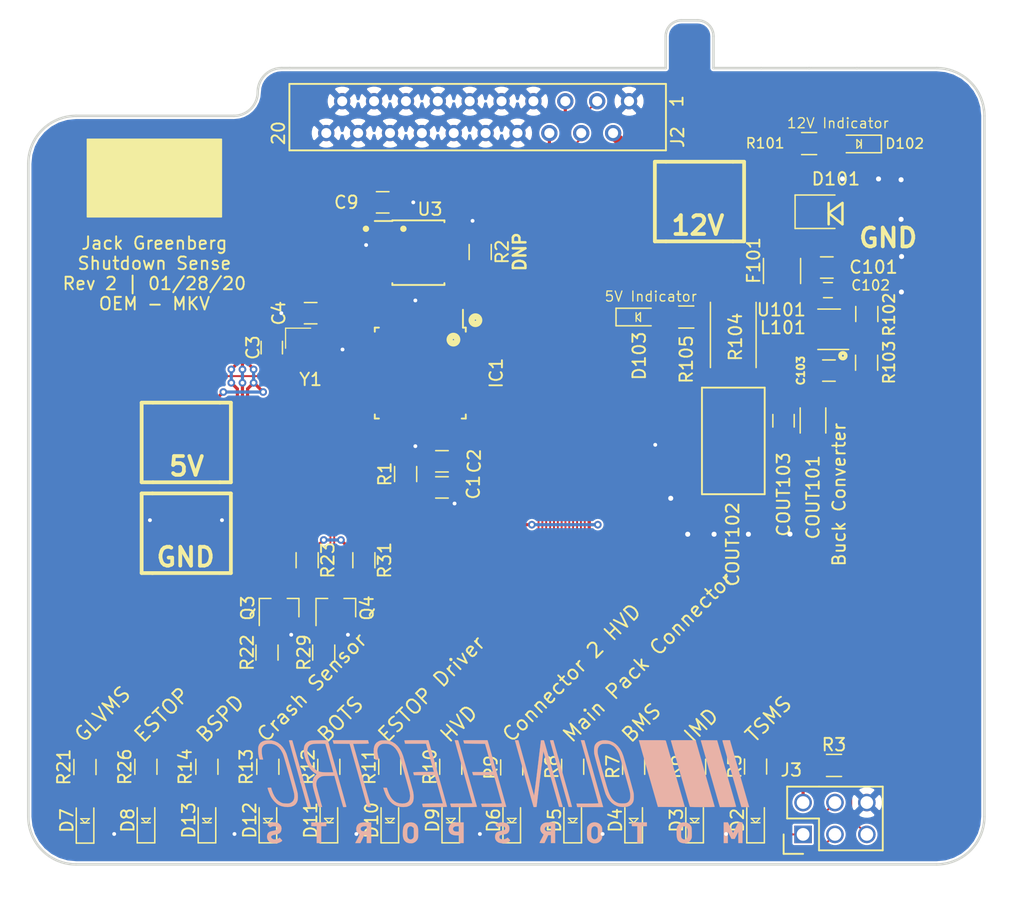
<source format=kicad_pcb>
(kicad_pcb (version 20171130) (host pcbnew 5.1.5-52549c5~84~ubuntu18.04.1)
  (layers (0 F.Cu signal) (31 B.Cu signal) (34 B.Paste user) (35 F.Paste user) (36 B.SilkS user hide) (37 F.SilkS user) (38 B.Mask user) (39 F.Mask user) (44 Edge.Cuts user))
  (net 0 "")
  (net 1 GND)
  (net 2 VCC)
  (net 3 /MISO)
  (net 4 /RXCAN)
  (net 5 /SCK)
  (net 6 +12V)
  (net 7 "Net-(C2-Pad1)")
  (net 8 "Net-(C3-Pad1)")
  (net 9 "Net-(C4-Pad1)")
  (net 10 "Net-(D4-Pad2)")
  (net 11 "Net-(D5-Pad2)")
  (net 12 "Net-(D12-Pad2)")
  (net 13 "Net-(D13-Pad2)")
  (net 14 /MOSI)
  (net 15 /TXCAN)
  (net 16 "Net-(IC1-Pad8)")
  (net 17 "Net-(IC1-Pad21)")
  (net 18 /RESET)
  (net 19 "Net-(U3-Pad5)")
  (net 20 "Net-(C101-Pad1)")
  (net 21 "Net-(C103-Pad2)")
  (net 22 "Net-(C103-Pad1)")
  (net 23 "Net-(COUT101-Pad1)")
  (net 24 "Net-(D102-Pad2)")
  (net 25 "Net-(D103-Pad2)")
  (net 26 "Net-(R102-Pad1)")
  (net 27 "Net-(D2-Pad2)")
  (net 28 "Net-(D3-Pad2)")
  (net 29 "Net-(D6-Pad2)")
  (net 30 "Net-(D7-Pad2)")
  (net 31 "Net-(D8-Pad2)")
  (net 32 "Net-(D9-Pad2)")
  (net 33 "Net-(D10-Pad2)")
  (net 34 "Net-(D11-Pad2)")
  (net 35 /SS_IMD)
  (net 36 /SS_BMS)
  (net 37 /SS_Main_Pack_Connector)
  (net 38 /SS_Connector_2_HVD)
  (net 39 /SS_HVD)
  (net 40 /SS_ESTOP_Driver)
  (net 41 /SS_BOTS)
  (net 42 /SS_Crash_Sensor)
  (net 43 /SS_BSPD)
  (net 44 "Net-(IC1-Pad18)")
  (net 45 "Net-(IC1-Pad17)")
  (net 46 "Net-(IC1-Pad16)")
  (net 47 /SS_ESTOP_Pin)
  (net 48 /SS_GLVMS_Pin)
  (net 49 "Net-(IC1-Pad13)")
  (net 50 "Net-(IC1-Pad9)")
  (net 51 /SS_TSMS)
  (net 52 /SS_ESTOP)
  (net 53 /CAN_high)
  (net 54 /CAN_low)
  (net 55 /SS_GLVMS)
  (net 56 "Net-(IC1-Pad22)")
  (module footprints:Test_Point_SMD (layer F.Cu) (at 210.93938 66.88582)
    (fp_text reference TP3 hide)
    (fp_text value Test_Point_SMD hide)
    (pad 1 smd rect (at 0 0) (size 4.5 3) (layers F.Cu F.Paste F.Mask) (net 2 VCC))
  )
  (module footprints:Test_Point_SMD (layer F.Cu) (at 210.86318 74.09942)
    (fp_text reference TP2 hide)
    (fp_text value Test_Point_SMD hide)
    (pad 1 smd rect (at 0 0) (size 4.5 3) (layers F.Cu F.Paste F.Mask) (net 1 GND))
  )
  (module footprints:Test_Point_SMD (layer F.Cu) (at 251.9426 47.8028)
    (fp_text reference TP1 hide)
    (fp_text value Test_Point_SMD hide)
    (pad 1 smd rect (at 0 0) (size 4.5 3) (layers F.Cu F.Paste F.Mask) (net 6 +12V))
  )
  (module footprints:R_0805_OEM (layer F.Cu) (at 260.5532 44.069)
    (fp_text reference R101 (at -3.5052 -0.0254) (layer F.SilkS) (effects (font (size 0.8 0.8) (thickness 0.125))))
    (fp_text value R_1K hide)
    (pad 2 smd rect (at 0.95 0) (size 0.7 1.3) (layers F.Cu F.Paste F.Mask) (net 24 "Net-(D102-Pad2)"))
    (pad 1 smd rect (at -0.95 0) (size 0.7 1.3) (layers F.Cu F.Paste F.Mask) (net 20 "Net-(C101-Pad1)"))
  )
  (module footprints:LED_0805_OEM (layer F.Cu) (at 246.9641 57.8999)
    (fp_text reference D103 (at 0.05 3.1 270) (layer F.SilkS))
    (fp_text value LED_0805 hide)
    (pad 1 smd rect (at -1.1 0 180) (size 1.2 1.2) (layers F.Cu F.Paste F.Mask) (net 1 GND))
    (pad 2 smd rect (at 1.1 0 180) (size 1.2 1.2) (layers F.Cu F.Paste F.Mask) (net 25 "Net-(D103-Pad2)"))
  )
  (module footprints:R_0805_OEM (layer F.Cu) (at 265.15062 57.65812 90)
    (fp_text reference R102 (at -0.05068 1.77798 270) (layer F.SilkS) (effects (font (size 0.9 0.9))))
    (fp_text value R_25K hide)
    (pad 2 smd rect (at 0.95 0 90) (size 0.7 1.3) (layers F.Cu F.Paste F.Mask) (net 1 GND))
    (pad 1 smd rect (at -0.95 0 90) (size 0.7 1.3) (layers F.Cu F.Paste F.Mask) (net 26 "Net-(R102-Pad1)"))
  )
  (module footprints:R_2512_OEM (layer F.Cu) (at 254.50802 59.3281 90)
    (fp_text reference R104 (at -0.1587 0.17778 90) (layer F.SilkS))
    (fp_text value R_0_2512 hide)
    (pad 2 smd rect (at 3.1 0 90) (size 1 3.2) (layers F.Cu F.Paste F.Mask) (net 2 VCC))
    (pad 1 smd rect (at -3.1 0 90) (size 1 3.2) (layers F.Cu F.Paste F.Mask) (net 23 "Net-(COUT101-Pad1)"))
  )
  (module footprints:Fuse_1210 (layer F.Cu) (at 258.3942 54.229 90)
    (fp_text reference F101 (at 0.8382 -2.2606 270) (layer F.SilkS))
    (fp_text value F_500mA_16V hide)
    (pad 2 smd rect (at 1.45 0 90) (size 0.9 2.5) (layers F.Cu F.Paste F.Mask) (net 6 +12V))
    (pad 1 smd rect (at -1.45 0 90) (size 0.9 2.5) (layers F.Cu F.Paste F.Mask) (net 20 "Net-(C101-Pad1)"))
  )
  (module footprints:DO-214AA (layer F.Cu) (at 262.6106 49.5046)
    (fp_text reference D101 (at 0.0762 -2.6162) (layer F.SilkS))
    (fp_text value D_Zener_18V hide)
    (pad 1 smd rect (at -2.032 0 180) (size 1.778 2.159) (layers F.Cu F.Paste F.Mask) (net 20 "Net-(C101-Pad1)"))
    (pad 2 smd rect (at 2.032 0 180) (size 1.778 2.159) (layers F.Cu F.Paste F.Mask) (net 1 GND))
  )
  (module footprints:C_0805_OEM (layer F.Cu) (at 261.96292 53.95226)
    (fp_text reference C101 (at 3.72108 -0.02806) (layer F.SilkS))
    (fp_text value C_0.1uF hide)
    (pad 2 smd rect (at 1 0) (size 1 1.25) (layers F.Cu F.Paste F.Mask) (net 1 GND))
    (pad 1 smd rect (at -1 0) (size 1 1.25) (layers F.Cu F.Paste F.Mask) (net 20 "Net-(C101-Pad1)"))
  )
  (module footprints:Fuse_1812 (layer F.Cu) (at 254.5131 65.0292 270)
    (fp_text reference COUT102 (at 10.9957 0.049 90) (layer F.SilkS))
    (fp_text value C_33uF hide)
    (pad 1 smd rect (at 0 0 270) (size 1.78 3.5) (layers F.Cu F.Paste F.Mask) (net 23 "Net-(COUT101-Pad1)"))
    (pad 2 smd rect (at 5.28 0 270) (size 1.78 3.5) (layers F.Cu F.Paste F.Mask) (net 1 GND))
  )
  (module footprints:R_0805_OEM (layer F.Cu) (at 250.7641 57.8999 180)
    (fp_text reference R105 (at 0 -3.375 90) (layer F.SilkS))
    (fp_text value R_200 hide)
    (pad 2 smd rect (at 0.95 0 180) (size 0.7 1.3) (layers F.Cu F.Paste F.Mask) (net 25 "Net-(D103-Pad2)"))
    (pad 1 smd rect (at -0.95 0 180) (size 0.7 1.3) (layers F.Cu F.Paste F.Mask) (net 2 VCC))
  )
  (module footprints:R_0805_OEM (layer F.Cu) (at 265.13538 61.54432 90)
    (fp_text reference R103 (at 0.02552 1.79322 270) (layer F.SilkS) (effects (font (size 0.9 0.9))))
    (fp_text value R_100K hide)
    (pad 2 smd rect (at 0.95 0 90) (size 0.7 1.3) (layers F.Cu F.Paste F.Mask) (net 26 "Net-(R102-Pad1)"))
    (pad 1 smd rect (at -0.95 0 90) (size 0.7 1.3) (layers F.Cu F.Paste F.Mask) (net 23 "Net-(COUT101-Pad1)"))
  )
  (module footprints:C_1206_OEM (layer F.Cu) (at 260.8631 66.1482 270)
    (fp_text reference COUT101 (at 6.1267 -0.001 90) (layer F.SilkS))
    (fp_text value C_22uF hide)
    (pad 2 smd rect (at 1.5 0 270) (size 1 1.6) (layers F.Cu F.Paste F.Mask) (net 1 GND))
    (pad 1 smd rect (at -1.5 0 270) (size 1 1.6) (layers F.Cu F.Paste F.Mask) (net 23 "Net-(COUT101-Pad1)"))
  )
  (module footprints:LED_0805_OEM (layer F.Cu) (at 264.5141 44.0999 180)
    (fp_text reference D102 (at -3.6591 0.0309) (layer F.SilkS) (effects (font (size 0.8 0.8) (thickness 0.125))))
    (fp_text value LED_0805 hide)
    (pad 1 smd rect (at -1.1 0) (size 1.2 1.2) (layers F.Cu F.Paste F.Mask) (net 1 GND))
    (pad 2 smd rect (at 1.1 0) (size 1.2 1.2) (layers F.Cu F.Paste F.Mask) (net 24 "Net-(D102-Pad2)"))
  )
  (module footprints:L_100uH (layer F.Cu) (at 258.44756 61.6766 270)
    (fp_text reference L101 (at -2.9267 -0.01654 180) (layer F.SilkS))
    (fp_text value L_100uH hide)
    (pad 1 smd rect (at -1.6 0 270) (size 1.2 2) (layers F.Cu F.Paste F.Mask) (net 22 "Net-(C103-Pad1)"))
    (pad 2 smd rect (at 1.6 0 270) (size 1.2 2) (layers F.Cu F.Paste F.Mask) (net 23 "Net-(COUT101-Pad1)"))
  )
  (module Capacitors_SMD:C_0603 (layer F.Cu) (at 262.0536 55.7582)
    (fp_text reference C102 (at 3.4018 -0.3862) (layer F.SilkS) (effects (font (size 0.8 0.8) (thickness 0.125))))
    (fp_text value C_2.2uF)
    (pad 1 smd rect (at -0.75 0) (size 0.8 0.75) (layers F.Cu F.Paste F.Mask) (net 20 "Net-(C101-Pad1)"))
    (pad 2 smd rect (at 0.75 0) (size 0.8 0.75) (layers F.Cu F.Paste F.Mask) (net 1 GND))
  )
  (module footprints:C_0805_OEM (layer F.Cu) (at 262.1331 62.1717)
    (fp_text reference C103 (at -2.244 0.0032 90) (layer F.SilkS) (effects (font (size 0.6 0.6))))
    (fp_text value C_0.1uF hide)
    (pad 2 smd rect (at 1 0) (size 1 1.25) (layers F.Cu F.Paste F.Mask) (net 21 "Net-(C103-Pad2)"))
    (pad 1 smd rect (at -1 0) (size 1 1.25) (layers F.Cu F.Paste F.Mask) (net 22 "Net-(C103-Pad1)"))
  )
  (module footprints:C_0805_OEM (layer F.Cu) (at 258.5136 66.1722 270)
    (fp_text reference COUT103 (at 5.8777 -0.0005 90) (layer F.SilkS))
    (fp_text value C_47uF hide)
    (pad 2 smd rect (at 1 0 270) (size 1 1.25) (layers F.Cu F.Paste F.Mask) (net 1 GND))
    (pad 1 smd rect (at -1 0 270) (size 1 1.25) (layers F.Cu F.Paste F.Mask) (net 23 "Net-(COUT101-Pad1)"))
  )
  (module footprints:SOT-23-6_OEM (layer F.Cu) (at 262.1483 58.8775 180)
    (fp_text reference U101 (at 3.8092 1.5526 180) (layer F.SilkS))
    (fp_text value TPS560430YF hide)
    (pad 5 smd rect (at 1.1 0 180) (size 1.06 0.65) (layers F.Cu F.Paste F.Mask) (net 20 "Net-(C101-Pad1)"))
    (pad 6 smd rect (at 1.1 -0.95 180) (size 1.06 0.65) (layers F.Cu F.Paste F.Mask) (net 22 "Net-(C103-Pad1)"))
    (pad 4 smd rect (at 1.1 0.95 180) (size 1.06 0.65) (layers F.Cu F.Paste F.Mask) (net 20 "Net-(C101-Pad1)"))
    (pad 3 smd rect (at -1.1 0.95 180) (size 1.06 0.65) (layers F.Cu F.Paste F.Mask) (net 26 "Net-(R102-Pad1)"))
    (pad 2 smd rect (at -1.1 0 180) (size 1.06 0.65) (layers F.Cu F.Paste F.Mask) (net 1 GND))
    (pad 1 smd rect (at -1.1 -0.95 180) (size 1.06 0.65) (layers F.Cu F.Paste F.Mask) (net 21 "Net-(C103-Pad2)"))
  )
  (module footprints:Logo_Large (layer B.Cu) (at 236.22 95.758 180)
    (fp_text reference G*** hide)
    (fp_text value LOGO hide)
  )
  (module footprints:C_0805_OEM (layer F.Cu) (at 217.7288 60.3377 90)
    (fp_text reference C3 (at 0 -1.5 90) (layer F.SilkS))
    (fp_text value C_30pF hide)
    (pad 1 smd rect (at -1 0 90) (size 1 1.25) (layers F.Cu F.Paste F.Mask) (net 8 "Net-(C3-Pad1)"))
    (pad 2 smd rect (at 1 0 90) (size 1 1.25) (layers F.Cu F.Paste F.Mask) (net 1 GND))
  )
  (module footprints:LED_0805_OEM (layer F.Cu) (at 227.137881 98.0313 90)
    (fp_text reference D10 (at 0 -1.45 90) (layer F.SilkS))
    (fp_text value LED_0805 hide)
    (pad 2 smd rect (at 1.1 0 270) (size 1.2 1.2) (layers F.Cu F.Paste F.Mask) (net 33 "Net-(D10-Pad2)"))
    (pad 1 smd rect (at -1.1 0 270) (size 1.2 1.2) (layers F.Cu F.Paste F.Mask) (net 1 GND))
  )
  (module footprints:LED_0805_OEM (layer F.Cu) (at 212.563824 98.0313 90)
    (fp_text reference D13 (at 0 -1.45 90) (layer F.SilkS))
    (fp_text value LED_0805 hide)
    (pad 2 smd rect (at 1.1 0 270) (size 1.2 1.2) (layers F.Cu F.Paste F.Mask) (net 13 "Net-(D13-Pad2)"))
    (pad 1 smd rect (at -1.1 0 270) (size 1.2 1.2) (layers F.Cu F.Paste F.Mask) (net 1 GND))
  )
  (module footprints:C_0805_OEM (layer F.Cu) (at 220.8276 57.5945 180)
    (fp_text reference C4 (at 2.54 0 270) (layer F.SilkS))
    (fp_text value C_30pF hide)
    (pad 1 smd rect (at -1 0 180) (size 1 1.25) (layers F.Cu F.Paste F.Mask) (net 9 "Net-(C4-Pad1)"))
    (pad 2 smd rect (at 1 0 180) (size 1 1.25) (layers F.Cu F.Paste F.Mask) (net 1 GND))
  )
  (module footprints:LED_0805_OEM (layer F.Cu) (at 222.279862 98.0313 90)
    (fp_text reference D11 (at 0 -1.45 90) (layer F.SilkS))
    (fp_text value LED_0805 hide)
    (pad 2 smd rect (at 1.1 0 270) (size 1.2 1.2) (layers F.Cu F.Paste F.Mask) (net 34 "Net-(D11-Pad2)"))
    (pad 1 smd rect (at -1.1 0 270) (size 1.2 1.2) (layers F.Cu F.Paste F.Mask) (net 1 GND))
  )
  (module footprints:C_0805_OEM (layer F.Cu) (at 226.568 48.7553)
    (fp_text reference C9 (at -2.8956 0) (layer F.SilkS))
    (fp_text value C_0.1uF hide)
    (pad 1 smd rect (at -1 0) (size 1 1.25) (layers F.Cu F.Paste F.Mask) (net 2 VCC))
    (pad 2 smd rect (at 1 0) (size 1 1.25) (layers F.Cu F.Paste F.Mask) (net 1 GND))
  )
  (module footprints:SOT-23F (layer F.Cu) (at 222.8342 81.1022 90)
    (fp_text reference Q4 (at 0 2.4892 90) (layer F.SilkS))
    (fp_text value SSM3K333R hide)
    (pad 1 smd rect (at -1.05 -0.95 90) (size 0.9 0.8) (layers F.Cu F.Paste F.Mask) (net 52 /SS_ESTOP))
    (pad 2 smd rect (at -1.05 0.95 90) (size 0.9 0.8) (layers F.Cu F.Paste F.Mask) (net 1 GND))
    (pad 3 smd rect (at 1.05 0 90) (size 0.9 0.8) (layers F.Cu F.Paste F.Mask) (net 47 /SS_ESTOP_Pin))
  )
  (module footprints:LED_0805_OEM (layer F.Cu) (at 256.286 98.0313 90)
    (fp_text reference D2 (at 0 -1.45 90) (layer F.SilkS))
    (fp_text value LED_0805 hide)
    (pad 2 smd rect (at 1.1 0 270) (size 1.2 1.2) (layers F.Cu F.Paste F.Mask) (net 27 "Net-(D2-Pad2)"))
    (pad 1 smd rect (at -1.1 0 270) (size 1.2 1.2) (layers F.Cu F.Paste F.Mask) (net 1 GND))
  )
  (module footprints:LED_0805_OEM (layer F.Cu) (at 246.569957 98.0313 90)
    (fp_text reference D4 (at 0 -1.45 90) (layer F.SilkS))
    (fp_text value LED_0805 hide)
    (pad 2 smd rect (at 1.1 0 270) (size 1.2 1.2) (layers F.Cu F.Paste F.Mask) (net 10 "Net-(D4-Pad2)"))
    (pad 1 smd rect (at -1.1 0 270) (size 1.2 1.2) (layers F.Cu F.Paste F.Mask) (net 1 GND))
  )
  (module footprints:LED_0805_OEM (layer F.Cu) (at 202.847786 98.05162 90)
    (fp_text reference D7 (at 0 -1.45 90) (layer F.SilkS))
    (fp_text value LED_0805 hide)
    (pad 2 smd rect (at 1.1 0 270) (size 1.2 1.2) (layers F.Cu F.Paste F.Mask) (net 30 "Net-(D7-Pad2)"))
    (pad 1 smd rect (at -1.1 0 270) (size 1.2 1.2) (layers F.Cu F.Paste F.Mask) (net 1 GND))
  )
  (module footprints:R_0805_OEM (layer F.Cu) (at 231.992054 93.7641 90)
    (fp_text reference R10 (at 0 -1.65 90) (layer F.SilkS))
    (fp_text value R_200 hide)
    (pad 1 smd rect (at -0.95 0 90) (size 0.7 1.3) (layers F.Cu F.Paste F.Mask) (net 32 "Net-(D9-Pad2)"))
    (pad 2 smd rect (at 0.95 0 90) (size 0.7 1.3) (layers F.Cu F.Paste F.Mask) (net 39 /SS_HVD))
  )
  (module footprints:R_0805_OEM (layer F.Cu) (at 262.53694 93.65742)
    (fp_text reference R3 (at 0 -1.65) (layer F.SilkS))
    (fp_text value R_10k hide)
    (pad 1 smd rect (at -0.95 0) (size 0.7 1.3) (layers F.Cu F.Paste F.Mask) (net 2 VCC))
    (pad 2 smd rect (at 0.95 0) (size 0.7 1.3) (layers F.Cu F.Paste F.Mask) (net 18 /RESET))
  )
  (module footprints:LED_0805_OEM (layer F.Cu) (at 231.9959 98.0313 90)
    (fp_text reference D9 (at 0 -1.45 90) (layer F.SilkS))
    (fp_text value LED_0805 hide)
    (pad 2 smd rect (at 1.1 0 270) (size 1.2 1.2) (layers F.Cu F.Paste F.Mask) (net 32 "Net-(D9-Pad2)"))
    (pad 1 smd rect (at -1.1 0 270) (size 1.2 1.2) (layers F.Cu F.Paste F.Mask) (net 1 GND))
  )
  (module footprints:R_0805_OEM (layer F.Cu) (at 241.709632 93.7641 90)
    (fp_text reference R8 (at 0 -1.65 90) (layer F.SilkS))
    (fp_text value R_200 hide)
    (pad 1 smd rect (at -0.95 0 90) (size 0.7 1.3) (layers F.Cu F.Paste F.Mask) (net 11 "Net-(D5-Pad2)"))
    (pad 2 smd rect (at 0.95 0 90) (size 0.7 1.3) (layers F.Cu F.Paste F.Mask) (net 37 /SS_Main_Pack_Connector))
  )
  (module footprints:LED_0805_OEM (layer F.Cu) (at 241.711938 98.0313 90)
    (fp_text reference D5 (at 0 -1.45 90) (layer F.SilkS))
    (fp_text value LED_0805 hide)
    (pad 2 smd rect (at 1.1 0 270) (size 1.2 1.2) (layers F.Cu F.Paste F.Mask) (net 11 "Net-(D5-Pad2)"))
    (pad 1 smd rect (at -1.1 0 270) (size 1.2 1.2) (layers F.Cu F.Paste F.Mask) (net 1 GND))
  )
  (module footprints:R_0805_OEM (layer F.Cu) (at 236.850843 93.8149 90)
    (fp_text reference R9 (at 0 -1.65 90) (layer F.SilkS))
    (fp_text value R_200 hide)
    (pad 2 smd rect (at 0.95 0 90) (size 0.7 1.3) (layers F.Cu F.Paste F.Mask) (net 38 /SS_Connector_2_HVD))
    (pad 1 smd rect (at -0.95 0 90) (size 0.7 1.3) (layers F.Cu F.Paste F.Mask) (net 29 "Net-(D6-Pad2)"))
  )
  (module footprints:SOT-23F (layer F.Cu) (at 218.313 81.1022 90)
    (fp_text reference Q3 (at 0 -2.5 90) (layer F.SilkS))
    (fp_text value SSM3K333R hide)
    (pad 1 smd rect (at -1.05 -0.95 90) (size 0.9 0.8) (layers F.Cu F.Paste F.Mask) (net 55 /SS_GLVMS))
    (pad 2 smd rect (at -1.05 0.95 90) (size 0.9 0.8) (layers F.Cu F.Paste F.Mask) (net 1 GND))
    (pad 3 smd rect (at 1.05 0 90) (size 0.9 0.8) (layers F.Cu F.Paste F.Mask) (net 48 /SS_GLVMS_Pin))
  )
  (module footprints:Crystal_SMD_FA238 (layer F.Cu) (at 220.8276 60.3885)
    (fp_text reference Y1 (at 0 2.4892) (layer F.SilkS))
    (fp_text value Crystal_SMD hide)
    (pad 1 smd rect (at -1.1 0.8) (size 1.4 1.2) (layers F.Cu F.Mask) (net 8 "Net-(C3-Pad1)"))
    (pad 2 smd rect (at 1.1 0.8) (size 1.4 1.2) (layers F.Cu F.Mask) (net 1 GND))
    (pad 3 smd rect (at 1.1 -0.8) (size 1.4 1.2) (layers F.Cu F.Mask) (net 9 "Net-(C4-Pad1)"))
    (pad 4 smd rect (at -1.1 -0.8) (size 1.4 1.2) (layers F.Cu F.Mask) (net 1 GND))
  )
  (module footprints:R_0805_OEM (layer F.Cu) (at 256.286 93.7489 90)
    (fp_text reference R5 (at 0 -1.65 90) (layer F.SilkS))
    (fp_text value R_200 hide)
    (pad 2 smd rect (at 0.95 0 90) (size 0.7 1.3) (layers F.Cu F.Paste F.Mask) (net 51 /SS_TSMS))
    (pad 1 smd rect (at -0.95 0 90) (size 0.7 1.3) (layers F.Cu F.Paste F.Mask) (net 27 "Net-(D2-Pad2)"))
  )
  (module footprints:SOIC-8_3.9x4.9mm_Pitch1.27mm_OEM (layer F.Cu) (at 229.4128 52.7685)
    (fp_text reference U3 (at 0.9271 -3.4671) (layer F.SilkS))
    (fp_text value CAN_Transceiver hide)
    (pad 1 smd rect (at -2.7 -1.905) (size 1.55 0.6) (layers F.Cu F.Paste F.Mask) (net 15 /TXCAN))
    (pad 2 smd rect (at -2.7 -0.635) (size 1.55 0.6) (layers F.Cu F.Paste F.Mask) (net 1 GND))
    (pad 3 smd rect (at -2.7 0.635) (size 1.55 0.6) (layers F.Cu F.Paste F.Mask) (net 2 VCC))
    (pad 4 smd rect (at -2.7 1.905) (size 1.55 0.6) (layers F.Cu F.Paste F.Mask) (net 4 /RXCAN))
    (pad 5 smd rect (at 2.7 1.905) (size 1.55 0.6) (layers F.Cu F.Paste F.Mask) (net 19 "Net-(U3-Pad5)"))
    (pad 6 smd rect (at 2.7 0.635) (size 1.55 0.6) (layers F.Cu F.Paste F.Mask) (net 54 /CAN_low))
    (pad 7 smd rect (at 2.7 -0.635) (size 1.55 0.6) (layers F.Cu F.Paste F.Mask) (net 53 /CAN_high))
    (pad 8 smd rect (at 2.7 -1.905) (size 1.55 0.6) (layers F.Cu F.Paste F.Mask) (net 1 GND))
  )
  (module footprints:R_0805_OEM (layer F.Cu) (at 207.698109 93.7641 270)
    (fp_text reference R26 (at 0 1.6764 90) (layer F.SilkS))
    (fp_text value R_1K hide)
    (pad 1 smd rect (at -0.95 0 270) (size 0.7 1.3) (layers F.Cu F.Paste F.Mask) (net 52 /SS_ESTOP))
    (pad 2 smd rect (at 0.95 0 270) (size 0.7 1.3) (layers F.Cu F.Paste F.Mask) (net 31 "Net-(D8-Pad2)"))
  )
  (module footprints:LED_0805_OEM (layer F.Cu) (at 207.705805 98.0313 90)
    (fp_text reference D8 (at 0 -1.45 90) (layer F.SilkS))
    (fp_text value LED_0805 hide)
    (pad 2 smd rect (at 1.1 0 270) (size 1.2 1.2) (layers F.Cu F.Paste F.Mask) (net 31 "Net-(D8-Pad2)"))
    (pad 1 smd rect (at -1.1 0 270) (size 1.2 1.2) (layers F.Cu F.Paste F.Mask) (net 1 GND))
  )
  (module footprints:C_0805_OEM (layer F.Cu) (at 231.2924 69.4055)
    (fp_text reference C2 (at 2.5781 -0.0254 90) (layer F.SilkS))
    (fp_text value C_100pF hide)
    (pad 1 smd rect (at -1 0) (size 1 1.25) (layers F.Cu F.Paste F.Mask) (net 7 "Net-(C2-Pad1)"))
    (pad 2 smd rect (at 1 0) (size 1 1.25) (layers F.Cu F.Paste F.Mask) (net 1 GND))
  )
  (module footprints:R_0805_OEM (layer F.Cu) (at 251.42721 93.7641 90)
    (fp_text reference R6 (at 0 -1.65 90) (layer F.SilkS))
    (fp_text value R_200 hide)
    (pad 1 smd rect (at -0.95 0 90) (size 0.7 1.3) (layers F.Cu F.Paste F.Mask) (net 28 "Net-(D3-Pad2)"))
    (pad 2 smd rect (at 0.95 0 90) (size 0.7 1.3) (layers F.Cu F.Paste F.Mask) (net 35 /SS_IMD))
  )
  (module footprints:R_0805_OEM (layer F.Cu) (at 222.274476 93.7641 90)
    (fp_text reference R12 (at 0 -1.65 90) (layer F.SilkS))
    (fp_text value R_200 hide)
    (pad 1 smd rect (at -0.95 0 90) (size 0.7 1.3) (layers F.Cu F.Paste F.Mask) (net 34 "Net-(D11-Pad2)"))
    (pad 2 smd rect (at 0.95 0 90) (size 0.7 1.3) (layers F.Cu F.Paste F.Mask) (net 41 /SS_BOTS))
  )
  (module footprints:R_0805_OEM (layer F.Cu) (at 227.133265 93.7641 90)
    (fp_text reference R11 (at 0 -1.65 90) (layer F.SilkS))
    (fp_text value R_200 hide)
    (pad 2 smd rect (at 0.95 0 90) (size 0.7 1.3) (layers F.Cu F.Paste F.Mask) (net 40 /SS_ESTOP_Driver))
    (pad 1 smd rect (at -0.95 0 90) (size 0.7 1.3) (layers F.Cu F.Paste F.Mask) (net 33 "Net-(D10-Pad2)"))
  )
  (module footprints:R_0805_OEM (layer F.Cu) (at 225.0694 77.2922 270)
    (fp_text reference R31 (at 0 -1.65 90) (layer F.SilkS))
    (fp_text value R_10K hide)
    (pad 1 smd rect (at -0.95 0 270) (size 0.7 1.3) (layers F.Cu F.Paste F.Mask) (net 2 VCC))
    (pad 2 smd rect (at 0.95 0 270) (size 0.7 1.3) (layers F.Cu F.Paste F.Mask) (net 47 /SS_ESTOP_Pin))
  )
  (module footprints:R_0805_OEM (layer F.Cu) (at 220.5482 77.2922 270)
    (fp_text reference R23 (at 0 -1.65 90) (layer F.SilkS))
    (fp_text value R_10K hide)
    (pad 1 smd rect (at -0.95 0 270) (size 0.7 1.3) (layers F.Cu F.Paste F.Mask) (net 2 VCC))
    (pad 2 smd rect (at 0.95 0 270) (size 0.7 1.3) (layers F.Cu F.Paste F.Mask) (net 48 /SS_GLVMS_Pin))
  )
  (module footprints:R_0805_OEM (layer F.Cu) (at 217.3478 84.6582 270)
    (fp_text reference R22 (at 0 1.5748 90) (layer F.SilkS))
    (fp_text value R_100K hide)
    (pad 1 smd rect (at -0.95 0 270) (size 0.7 1.3) (layers F.Cu F.Paste F.Mask) (net 55 /SS_GLVMS))
    (pad 2 smd rect (at 0.95 0 270) (size 0.7 1.3) (layers F.Cu F.Paste F.Mask) (net 1 GND))
  )
  (module footprints:R_0805_OEM (layer F.Cu) (at 234.3404 52.7177 270)
    (fp_text reference R2 (at -0.0127 -1.7526 90) (layer F.SilkS))
    (fp_text value R_120_DNP hide)
    (pad 1 smd rect (at -0.95 0 270) (size 0.7 1.3) (layers F.Cu F.Paste F.Mask) (net 53 /CAN_high))
    (pad 2 smd rect (at 0.95 0 270) (size 0.7 1.3) (layers F.Cu F.Paste F.Mask) (net 54 /CAN_low))
  )
  (module footprints:LED_0805_OEM (layer F.Cu) (at 236.853919 98.0313 90)
    (fp_text reference D6 (at 0 -1.45 90) (layer F.SilkS))
    (fp_text value LED_0805 hide)
    (pad 2 smd rect (at 1.1 0 270) (size 1.2 1.2) (layers F.Cu F.Paste F.Mask) (net 29 "Net-(D6-Pad2)"))
    (pad 1 smd rect (at -1.1 0 270) (size 1.2 1.2) (layers F.Cu F.Paste F.Mask) (net 1 GND))
  )
  (module footprints:C_0805_OEM (layer F.Cu) (at 231.2924 71.4883)
    (fp_text reference C1 (at 2.5019 -0.0127 90) (layer F.SilkS))
    (fp_text value C_0.1uF hide)
    (pad 1 smd rect (at -1 0) (size 1 1.25) (layers F.Cu F.Paste F.Mask) (net 2 VCC))
    (pad 2 smd rect (at 1 0) (size 1 1.25) (layers F.Cu F.Paste F.Mask) (net 1 GND))
  )
  (module footprints:R_0805_OEM (layer F.Cu) (at 202.83932 93.78442 270)
    (fp_text reference R21 (at 0 1.6764 90) (layer F.SilkS))
    (fp_text value R_1K hide)
    (pad 2 smd rect (at 0.95 0 270) (size 0.7 1.3) (layers F.Cu F.Paste F.Mask) (net 30 "Net-(D7-Pad2)"))
    (pad 1 smd rect (at -0.95 0 270) (size 0.7 1.3) (layers F.Cu F.Paste F.Mask) (net 55 /SS_GLVMS))
  )
  (module footprints:R_0805_OEM (layer F.Cu) (at 212.556898 93.7641 90)
    (fp_text reference R14 (at 0 -1.7272 90) (layer F.SilkS))
    (fp_text value R_200 hide)
    (pad 1 smd rect (at -0.95 0 90) (size 0.7 1.3) (layers F.Cu F.Paste F.Mask) (net 13 "Net-(D13-Pad2)"))
    (pad 2 smd rect (at 0.95 0 90) (size 0.7 1.3) (layers F.Cu F.Paste F.Mask) (net 43 /SS_BSPD))
  )
  (module footprints:R_0805_OEM (layer F.Cu) (at 217.415687 93.7641 90)
    (fp_text reference R13 (at 0 -1.7272 90) (layer F.SilkS))
    (fp_text value R_200 hide)
    (pad 2 smd rect (at 0.95 0 90) (size 0.7 1.3) (layers F.Cu F.Paste F.Mask) (net 42 /SS_Crash_Sensor))
    (pad 1 smd rect (at -0.95 0 90) (size 0.7 1.3) (layers F.Cu F.Paste F.Mask) (net 12 "Net-(D12-Pad2)"))
  )
  (module footprints:R_0805_OEM (layer F.Cu) (at 228.3968 70.4215 90)
    (fp_text reference R1 (at 0 -1.65 90) (layer F.SilkS))
    (fp_text value R_100 hide)
    (pad 1 smd rect (at -0.95 0 90) (size 0.7 1.3) (layers F.Cu F.Paste F.Mask) (net 2 VCC))
    (pad 2 smd rect (at 0.95 0 90) (size 0.7 1.3) (layers F.Cu F.Paste F.Mask) (net 7 "Net-(C2-Pad1)"))
  )
  (module footprints:R_0805_OEM (layer F.Cu) (at 246.568421 93.7641 90)
    (fp_text reference R7 (at 0 -1.65 90) (layer F.SilkS))
    (fp_text value R_200 hide)
    (pad 2 smd rect (at 0.95 0 90) (size 0.7 1.3) (layers F.Cu F.Paste F.Mask) (net 36 /SS_BMS))
    (pad 1 smd rect (at -0.95 0 90) (size 0.7 1.3) (layers F.Cu F.Paste F.Mask) (net 10 "Net-(D4-Pad2)"))
  )
  (module footprints:LED_0805_OEM (layer F.Cu) (at 217.421843 98.0313 90)
    (fp_text reference D12 (at 0 -1.45 90) (layer F.SilkS))
    (fp_text value LED_0805 hide)
    (pad 2 smd rect (at 1.1 0 270) (size 1.2 1.2) (layers F.Cu F.Paste F.Mask) (net 12 "Net-(D12-Pad2)"))
    (pad 1 smd rect (at -1.1 0 270) (size 1.2 1.2) (layers F.Cu F.Paste F.Mask) (net 1 GND))
  )
  (module footprints:TQFP-32_7x7mm_Pitch0.8mm (layer F.Cu) (at 229.5652 62.3697 270)
    (fp_text reference IC1 (at 0 -6.05 90) (layer F.SilkS))
    (fp_text value ATMEGA16M1 hide)
    (pad 1 smd rect (at -4.25 -2.8 270) (size 1.6 0.55) (layers F.Cu F.Paste F.Mask) (net 3 /MISO))
    (pad 2 smd rect (at -4.25 -2 270) (size 1.6 0.55) (layers F.Cu F.Paste F.Mask) (net 14 /MOSI))
    (pad 3 smd rect (at -4.25 -1.2 270) (size 1.6 0.55) (layers F.Cu F.Paste F.Mask) (net 51 /SS_TSMS))
    (pad 4 smd rect (at -4.25 -0.4 270) (size 1.6 0.55) (layers F.Cu F.Paste F.Mask) (net 2 VCC))
    (pad 5 smd rect (at -4.25 0.4 270) (size 1.6 0.55) (layers F.Cu F.Paste F.Mask) (net 1 GND))
    (pad 6 smd rect (at -4.25 1.2 270) (size 1.6 0.55) (layers F.Cu F.Paste F.Mask) (net 15 /TXCAN))
    (pad 7 smd rect (at -4.25 2 270) (size 1.6 0.55) (layers F.Cu F.Paste F.Mask) (net 4 /RXCAN))
    (pad 8 smd rect (at -4.25 2.8 270) (size 1.6 0.55) (layers F.Cu F.Paste F.Mask) (net 16 "Net-(IC1-Pad8)"))
    (pad 9 smd rect (at -2.8 4.25) (size 1.6 0.55) (layers F.Cu F.Paste F.Mask) (net 50 "Net-(IC1-Pad9)"))
    (pad 10 smd rect (at -2 4.25) (size 1.6 0.55) (layers F.Cu F.Paste F.Mask) (net 9 "Net-(C4-Pad1)"))
    (pad 11 smd rect (at -1.2 4.25) (size 1.6 0.55) (layers F.Cu F.Paste F.Mask) (net 8 "Net-(C3-Pad1)"))
    (pad 12 smd rect (at -0.4 4.25) (size 1.6 0.55) (layers F.Cu F.Paste F.Mask) (net 5 /SCK))
    (pad 13 smd rect (at 0.4 4.25) (size 1.6 0.55) (layers F.Cu F.Paste F.Mask) (net 49 "Net-(IC1-Pad13)"))
    (pad 14 smd rect (at 1.2 4.25) (size 1.6 0.55) (layers F.Cu F.Paste F.Mask) (net 48 /SS_GLVMS_Pin))
    (pad 15 smd rect (at 2 4.25) (size 1.6 0.55) (layers F.Cu F.Paste F.Mask) (net 47 /SS_ESTOP_Pin))
    (pad 16 smd rect (at 2.8 4.25) (size 1.6 0.55) (layers F.Cu F.Paste F.Mask) (net 46 "Net-(IC1-Pad16)"))
    (pad 17 smd rect (at 4.25 2.8 270) (size 1.6 0.55) (layers F.Cu F.Paste F.Mask) (net 45 "Net-(IC1-Pad17)"))
    (pad 18 smd rect (at 4.25 2 270) (size 1.6 0.55) (layers F.Cu F.Paste F.Mask) (net 44 "Net-(IC1-Pad18)"))
    (pad 19 smd rect (at 4.25 1.2 270) (size 1.6 0.55) (layers F.Cu F.Paste F.Mask) (net 7 "Net-(C2-Pad1)"))
    (pad 20 smd rect (at 4.25 0.4 270) (size 1.6 0.55) (layers F.Cu F.Paste F.Mask) (net 1 GND))
    (pad 21 smd rect (at 4.25 -0.4 270) (size 1.6 0.55) (layers F.Cu F.Paste F.Mask) (net 17 "Net-(IC1-Pad21)"))
    (pad 22 smd rect (at 4.25 -1.2 270) (size 1.6 0.55) (layers F.Cu F.Paste F.Mask) (net 56 "Net-(IC1-Pad22)"))
    (pad 23 smd rect (at 4.25 -2 270) (size 1.6 0.55) (layers F.Cu F.Paste F.Mask) (net 43 /SS_BSPD))
    (pad 24 smd rect (at 4.25 -2.8 270) (size 1.6 0.55) (layers F.Cu F.Paste F.Mask) (net 42 /SS_Crash_Sensor))
    (pad 25 smd rect (at 2.8 -4.25) (size 1.6 0.55) (layers F.Cu F.Paste F.Mask) (net 41 /SS_BOTS))
    (pad 26 smd rect (at 2 -4.25) (size 1.6 0.55) (layers F.Cu F.Paste F.Mask) (net 40 /SS_ESTOP_Driver))
    (pad 27 smd rect (at 1.2 -4.25) (size 1.6 0.55) (layers F.Cu F.Paste F.Mask) (net 39 /SS_HVD))
    (pad 28 smd rect (at 0.4 -4.25) (size 1.6 0.55) (layers F.Cu F.Paste F.Mask) (net 38 /SS_Connector_2_HVD))
    (pad 29 smd rect (at -0.4 -4.25) (size 1.6 0.55) (layers F.Cu F.Paste F.Mask) (net 37 /SS_Main_Pack_Connector))
    (pad 30 smd rect (at -1.2 -4.25) (size 1.6 0.55) (layers F.Cu F.Paste F.Mask) (net 36 /SS_BMS))
    (pad 31 smd rect (at -2 -4.25) (size 1.6 0.55) (layers F.Cu F.Paste F.Mask) (net 18 /RESET))
    (pad 32 smd rect (at -2.8 -4.25) (size 1.6 0.55) (layers F.Cu F.Paste F.Mask) (net 35 /SS_IMD))
  )
  (module footprints:R_0805_OEM (layer F.Cu) (at 221.869 84.6582 270)
    (fp_text reference R29 (at 0 1.5748 90) (layer F.SilkS))
    (fp_text value R_100K hide)
    (pad 1 smd rect (at -0.95 0 270) (size 0.7 1.3) (layers F.Cu F.Paste F.Mask) (net 52 /SS_ESTOP))
    (pad 2 smd rect (at 0.95 0 270) (size 0.7 1.3) (layers F.Cu F.Paste F.Mask) (net 1 GND))
  )
  (module footprints:LED_0805_OEM (layer F.Cu) (at 251.427976 98.0313 90)
    (fp_text reference D3 (at 0 -1.45 90) (layer F.SilkS))
    (fp_text value LED_0805 hide)
    (pad 2 smd rect (at 1.1 0 270) (size 1.2 1.2) (layers F.Cu F.Paste F.Mask) (net 28 "Net-(D3-Pad2)"))
    (pad 1 smd rect (at -1.1 0 270) (size 1.2 1.2) (layers F.Cu F.Paste F.Mask) (net 1 GND))
  )
  (module footprints:Pin_Header_Straight_2x03 (layer F.Cu) (at 260.07314 99.15652 90)
    (fp_text reference J3 (at 5.1308 -0.93726 180) (layer F.SilkS))
    (fp_text value CONN_02X03 hide)
    (pad 1 thru_hole rect (at 0 0 90) (size 1.4 1.4) (drill 1.016) (layers *.Cu *.Mask) (net 3 /MISO))
    (pad 2 thru_hole circle (at 2.54 0 90) (size 1.4 1.4) (drill 1.016) (layers *.Cu *.Mask) (net 2 VCC))
    (pad 3 thru_hole circle (at 0 2.54 90) (size 1.4 1.4) (drill 1.016) (layers *.Cu *.Mask) (net 5 /SCK))
    (pad 4 thru_hole circle (at 2.54 2.54 90) (size 1.4 1.4) (drill 1.016) (layers *.Cu *.Mask) (net 14 /MOSI))
    (pad 5 thru_hole circle (at 0 5.08 90) (size 1.4 1.4) (drill 1.016) (layers *.Cu *.Mask) (net 18 /RESET))
    (pad 6 thru_hole circle (at 2.54 5.08 90) (size 1.4 1.4) (drill 1.016) (layers *.Cu *.Mask) (net 1 GND))
  )
  (module footprints:micromatch_female_ra_20 (layer F.Cu) (at 241.1222 40.6908 270)
    (fp_text reference J2 (at 2.8575 -8.9535 90) (layer F.SilkS))
    (fp_text value MM_F_RA_20 hide)
    (fp_text user 1 (at 0 -8.89 90) (layer F.SilkS))
    (fp_text user 20 (at 2.54 22.86 90) (layer F.SilkS))
    (pad 20 thru_hole circle (at 2.54 19.05 270) (size 1.3 1.3) (drill 0.8) (layers *.Cu *.Mask) (net 1 GND))
    (pad 19 thru_hole circle (at 0 17.78 270) (size 1.3 1.3) (drill 0.8) (layers *.Cu *.Mask) (net 1 GND))
    (pad 18 thru_hole circle (at 2.54 16.51 270) (size 1.3 1.3) (drill 0.8) (layers *.Cu *.Mask) (net 1 GND))
    (pad 17 thru_hole circle (at 0 15.24 270) (size 1.3 1.3) (drill 0.8) (layers *.Cu *.Mask) (net 1 GND))
    (pad 16 thru_hole circle (at 2.54 13.97 270) (size 1.3 1.3) (drill 0.8) (layers *.Cu *.Mask) (net 1 GND))
    (pad 15 thru_hole circle (at 0 12.7 270) (size 1.3 1.3) (drill 0.8) (layers *.Cu *.Mask) (net 1 GND))
    (pad 14 thru_hole circle (at 2.54 11.43 270) (size 1.3 1.3) (drill 0.8) (layers *.Cu *.Mask) (net 1 GND))
    (pad 13 thru_hole circle (at 0 10.16 270) (size 1.3 1.3) (drill 0.8) (layers *.Cu *.Mask) (net 1 GND))
    (pad 12 thru_hole circle (at 2.54 8.89 270) (size 1.3 1.3) (drill 0.8) (layers *.Cu *.Mask) (net 1 GND))
    (pad 11 thru_hole circle (at 0 7.62 270) (size 1.3 1.3) (drill 0.8) (layers *.Cu *.Mask) (net 1 GND))
    (pad 10 thru_hole circle (at 2.54 6.35 270) (size 1.3 1.3) (drill 0.8) (layers *.Cu *.Mask) (net 1 GND))
    (pad 9 thru_hole circle (at 0 5.08 270) (size 1.3 1.3) (drill 0.8) (layers *.Cu *.Mask) (net 1 GND))
    (pad 8 thru_hole circle (at 2.54 3.81 270) (size 1.3 1.3) (drill 0.8) (layers *.Cu *.Mask) (net 1 GND))
    (pad 6 thru_hole circle (at 2.54 1.27 270) (size 1.3 1.3) (drill 0.8) (layers *.Cu *.Mask) (net 55 /SS_GLVMS))
    (pad 4 thru_hole circle (at 2.54 -1.27 270) (size 1.3 1.3) (drill 0.8) (layers *.Cu *.Mask) (net 54 /CAN_low))
    (pad 2 thru_hole circle (at 2.54 -3.81 270) (size 1.3 1.3) (drill 0.8) (layers *.Cu *.Mask) (net 6 +12V))
    (pad 7 thru_hole circle (at 0 2.54 270) (size 1.3 1.3) (drill 0.8) (layers *.Cu *.Mask) (net 1 GND))
    (pad 1 thru_hole circle (at 0 -5.08 270) (size 1.3 1.3) (drill 0.8) (layers *.Cu *.Mask) (net 1 GND))
    (pad 3 thru_hole circle (at 0 -2.54 270) (size 1.3 1.3) (drill 0.8) (layers *.Cu *.Mask) (net 53 /CAN_high))
    (pad 5 thru_hole circle (at 0 0 270) (size 1.3 1.3) (drill 0.8) (layers *.Cu *.Mask) (net 52 /SS_ESTOP))
  )
  (gr_line (start 274.523201 97.7392) (end 274.523201 41.859201) (layer Edge.Cuts) (width 0.2))
  (gr_line (start 252.9332 38.0492) (end 256.7432 38.0492) (layer Edge.Cuts) (width 0.2))
  (gr_arc (start 270.713201 41.859201) (end 274.523201 41.859201) (angle -90) (layer Edge.Cuts) (width 0.2))
  (gr_arc (start 202.133201 45.6692) (end 202.133201 41.8592) (angle -90) (layer Edge.Cuts) (width 0.2))
  (gr_arc (start 270.713201 97.7392) (end 270.713201 101.5492) (angle -90) (layer Edge.Cuts) (width 0.2))
  (gr_line (start 218.5162 38.0492) (end 219.1512 38.0492) (layer Edge.Cuts) (width 0.2))
  (gr_arc (start 218.5162 39.9542) (end 218.5162 38.0492) (angle -90) (layer Edge.Cuts) (width 0.2))
  (gr_arc (start 202.133201 97.7392) (end 198.323201 97.7392) (angle -90) (layer Edge.Cuts) (width 0.2))
  (gr_line (start 256.7432 38.0492) (end 260.553201 38.0492) (layer Edge.Cuts) (width 0.2))
  (gr_line (start 249.1232 38.0492) (end 249.1232 35.5092) (layer Edge.Cuts) (width 0.2))
  (gr_line (start 202.133201 41.8592) (end 214.7062 41.8592) (layer Edge.Cuts) (width 0.2))
  (gr_arc (start 251.6632 35.5092) (end 252.9332 35.5092) (angle -90) (layer Edge.Cuts) (width 0.2))
  (gr_arc (start 214.7062 39.9542) (end 214.7062 41.8592) (angle -90) (layer Edge.Cuts) (width 0.2))
  (gr_line (start 202.133201 101.5492) (end 270.713201 101.5492) (layer Edge.Cuts) (width 0.2))
  (gr_line (start 252.9332 38.0492) (end 252.9332 35.5092) (layer Edge.Cuts) (width 0.2))
  (gr_line (start 250.3932 34.239201) (end 251.6632 34.239201) (layer Edge.Cuts) (width 0.2))
  (gr_line (start 260.553201 38.0492) (end 264.3632 38.0492) (layer Edge.Cuts) (width 0.2))
  (gr_line (start 198.323201 97.7392) (end 198.323201 45.6692) (layer Edge.Cuts) (width 0.2))
  (gr_line (start 264.3632 38.0492) (end 270.713201 38.0492) (layer Edge.Cuts) (width 0.2))
  (gr_line (start 219.1512 38.0492) (end 249.1232 38.0492) (layer Edge.Cuts) (width 0.2))
  (gr_arc (start 250.3932 35.5092) (end 250.3932 34.2392) (angle -90) (layer Edge.Cuts) (width 0.2))
  (gr_text 12V (at 251.6886 50.5968) (layer F.SilkS) (effects (font (size 1.5 1.5) (thickness 0.3))))
  (gr_line (start 249.1486 51.8668) (end 254.4826 51.8668) (layer F.SilkS) (width 0.3))
  (gr_line (start 255.3716 51.8668) (end 255.3716 45.5168) (layer F.SilkS) (width 0.3))
  (gr_line (start 254.4826 45.5168) (end 249.1486 45.5168) (layer F.SilkS) (width 0.3))
  (gr_line (start 248.2596 45.5168) (end 248.2596 51.8668) (layer F.SilkS) (width 0.3))
  (gr_line (start 248.2596 51.8668) (end 249.1486 51.8668) (layer F.SilkS) (width 0.3))
  (gr_line (start 254.4826 51.8668) (end 255.3716 51.8668) (layer F.SilkS) (width 0.3))
  (gr_line (start 255.3716 45.5168) (end 254.4826 45.5168) (layer F.SilkS) (width 0.3))
  (gr_line (start 248.2596 45.5168) (end 249.1486 45.5168) (layer F.SilkS) (width 0.3))
  (gr_line (start 214.46998 71.07682) (end 214.46998 64.72682) (layer F.SilkS) (width 0.3))
  (gr_line (start 214.46998 64.72682) (end 213.58098 64.72682) (layer F.SilkS) (width 0.3))
  (gr_line (start 208.27238 71.07682) (end 213.60638 71.07682) (layer F.SilkS) (width 0.3))
  (gr_line (start 207.35798 64.72682) (end 207.35798 71.07682) (layer F.SilkS) (width 0.3))
  (gr_line (start 207.35798 71.07682) (end 208.24698 71.07682) (layer F.SilkS) (width 0.3))
  (gr_line (start 207.35798 64.72682) (end 208.24698 64.72682) (layer F.SilkS) (width 0.3))
  (gr_line (start 213.58098 71.07682) (end 214.46998 71.07682) (layer F.SilkS) (width 0.3))
  (gr_text 5V (at 210.93938 69.80682) (layer F.SilkS) (effects (font (size 1.5 1.5) (thickness 0.3))))
  (gr_line (start 213.60638 64.72682) (end 208.27238 64.72682) (layer F.SilkS) (width 0.3))
  (gr_line (start 214.46998 78.31582) (end 214.46998 71.96582) (layer F.SilkS) (width 0.3))
  (gr_line (start 214.46998 71.96582) (end 213.58098 71.96582) (layer F.SilkS) (width 0.3))
  (gr_line (start 208.19618 78.31582) (end 213.53018 78.31582) (layer F.SilkS) (width 0.3))
  (gr_line (start 207.35798 71.96582) (end 207.35798 78.31582) (layer F.SilkS) (width 0.3))
  (gr_line (start 207.35798 78.31582) (end 208.24698 78.31582) (layer F.SilkS) (width 0.3))
  (gr_line (start 207.35798 71.96582) (end 208.24698 71.96582) (layer F.SilkS) (width 0.3))
  (gr_line (start 213.58098 78.31582) (end 214.46998 78.31582) (layer F.SilkS) (width 0.3))
  (gr_text GND (at 210.86318 77.04582) (layer F.SilkS) (effects (font (size 1.5 1.5) (thickness 0.3))))
  (gr_line (start 213.53018 71.96582) (end 208.19618 71.96582) (layer F.SilkS) (width 0.3))
  (gr_text "5V Indicator" (at 244.1956 56.261) (layer F.SilkS) (effects (font (size 0.8 0.8) (thickness 0.1)) (justify left)))
  (gr_text "12V Indicator" (at 258.7244 42.4434) (layer F.SilkS) (effects (font (size 0.8 0.8) (thickness 0.1)) (justify left)))
  (gr_text GND (at 266.8524 51.5874) (layer F.SilkS) (effects (font (size 1.5 1.5) (thickness 0.3))))
  (gr_text "Buck Converter" (at 262.9408 72.0598 90) (layer F.SilkS) (effects (font (size 1 1))))
  (gr_circle (center 263.2456 60.9854) (end 263.3218 60.9854) (layer F.SilkS) (width 0.3))
  (gr_poly (pts (xy 213.72068 49.91708) (xy 203.02728 49.91708) (xy 203.02728 43.71948) (xy 213.72068 43.71948)) (layer F.SilkS) (width 0.1))
  (gr_text "Jack Greenberg\nShutdown Sense\nRev 2 | 01/28/20\nOEM - MKV\n" (at 208.37398 54.42458) (layer F.SilkS) (effects (font (size 1 1))))
  (gr_text GLVMS (at 202.2475 91.567 45) (layer F.SilkS) (effects (font (size 1.143 1.143) (thickness 0.1524)) (justify left)))
  (gr_text ESTOP (at 207.01 91.5797 45) (layer F.SilkS) (effects (font (size 1.143 1.143) (thickness 0.1524)) (justify left)))
  (gr_text BSPD (at 211.963 91.5797 45) (layer F.SilkS) (effects (font (size 1.143 1.143) (thickness 0.1524)) (justify left)))
  (gr_text "Crash Sensor" (at 216.789 91.567 45) (layer F.SilkS) (effects (font (size 1.143 1.143) (thickness 0.1524)) (justify left)))
  (gr_text BOTS (at 221.615 91.567 45) (layer F.SilkS) (effects (font (size 1.143 1.143) (thickness 0.1524)) (justify left)))
  (gr_text "ESTOP Driver" (at 226.441 91.567 45) (layer F.SilkS) (effects (font (size 1.143 1.143) (thickness 0.1524)) (justify left)))
  (gr_text HVD (at 231.394 91.567 45) (layer F.SilkS) (effects (font (size 1.143 1.143) (thickness 0.1524)) (justify left)))
  (gr_text "Connector 2 HVD" (at 236.347 91.567 45) (layer F.SilkS) (effects (font (size 1.143 1.143) (thickness 0.1524)) (justify left)))
  (gr_text "Main Pack Connector" (at 241.173 91.567 45) (layer F.SilkS) (effects (font (size 1.143 1.143) (thickness 0.1524)) (justify left)))
  (gr_text BMS (at 245.872 91.5797 45) (layer F.SilkS) (effects (font (size 1.143 1.143) (thickness 0.1524)) (justify left)))
  (gr_text IMD (at 250.825 91.5797 45) (layer F.SilkS) (effects (font (size 1.143 1.143) (thickness 0.1524)) (justify left)))
  (gr_text TSMS (at 255.7145 91.5797 45) (layer F.SilkS) (effects (font (size 1.143 1.143) (thickness 0.1524)) (justify left)))
  (gr_circle (center 228.219 50.8635) (end 228.346 50.8635) (layer F.SilkS) (width 0.254))
  (gr_circle (center 225.2345 50.8635) (end 225.3615 50.8635) (layer F.SilkS) (width 0.254))
  (gr_text DNP (at 237.49 52.705 90) (layer F.SilkS) (effects (font (size 1 1) (thickness 0.2))))
  (via (at 255.71452 75.21968) (size 0.8) (drill 0.4) (layers F.Cu B.Cu) (net 1))
  (segment (start 263.21768 46.88852) (end 263.20498 46.87582) (width 0.381) (layer B.Cu) (net 1))
  (via (at 263.20498 46.87582) (size 0.8) (drill 0.4) (layers F.Cu B.Cu) (net 1))
  (segment (start 248.2901 68.0899) (end 248.594899 68.394699) (width 0.254) (layer B.Cu) (net 1))
  (segment (start 267.90906 53.08866) (end 267.92176 53.07596) (width 0.381) (layer B.Cu) (net 1))
  (segment (start 265.15062 56.70812) (end 263.87852 56.70812) (width 0.254) (layer F.Cu) (net 1))
  (segment (start 262.75042 53.95226) (end 262.75042 55.45502) (width 0.254) (layer F.Cu) (net 1))
  (segment (start 263.87852 56.70812) (end 263.0536 55.8832) (width 0.254) (layer F.Cu) (net 1))
  (segment (start 267.10646 56.70812) (end 267.90906 55.90552) (width 0.254) (layer F.Cu) (net 1))
  (via (at 267.90906 55.90552) (size 0.8) (drill 0.4) (layers F.Cu B.Cu) (net 1))
  (via (at 267.88366 50.1067) (size 0.8) (drill 0.4) (layers F.Cu B.Cu) (net 1))
  (via (at 248.2901 68.0899) (size 0.6096) (drill 0.3048) (layers F.Cu B.Cu) (net 1))
  (segment (start 255.2516 70.3092) (end 254.5131 70.3092) (width 0.254) (layer F.Cu) (net 1))
  (segment (start 262.438899 58.852099) (end 262.4643 58.8775) (width 0.254) (layer F.Cu) (net 1))
  (segment (start 265.15062 56.70812) (end 267.10646 56.70812) (width 0.254) (layer F.Cu) (net 1))
  (segment (start 267.90906 55.90552) (end 267.90906 53.08866) (width 0.381) (layer B.Cu) (net 1))
  (via (at 249.52454 72.35456) (size 0.8) (drill 0.4) (layers F.Cu B.Cu) (net 1))
  (segment (start 248.594899 70.619739) (end 249.52454 71.54938) (width 0.254) (layer B.Cu) (net 1))
  (segment (start 258.5136 67.1722) (end 258.3886 67.1722) (width 0.254) (layer F.Cu) (net 1))
  (segment (start 258.3886 67.1722) (end 255.2516 70.3092) (width 0.254) (layer F.Cu) (net 1))
  (segment (start 250.87836 75.21968) (end 250.77676 75.32128) (width 0.25) (layer F.Cu) (net 1))
  (via (at 267.88366 46.95202) (size 0.8) (drill 0.4) (layers F.Cu B.Cu) (net 1))
  (segment (start 262.75042 55.45502) (end 263.0536 55.7582) (width 0.254) (layer F.Cu) (net 1))
  (segment (start 251.446585 75.22222) (end 252.9764 75.22222) (width 0.25) (layer B.Cu) (net 1))
  (segment (start 262.438899 57.251901) (end 262.438899 58.852099) (width 0.254) (layer F.Cu) (net 1))
  (segment (start 245.8641 57.8999) (end 245.8641 60.56926) (width 0.254) (layer F.Cu) (net 1))
  (segment (start 245.8641 65.6639) (end 248.2901 68.0899) (width 0.254) (layer F.Cu) (net 1))
  (segment (start 254.5131 70.3092) (end 254.5131 74.01826) (width 0.254) (layer F.Cu) (net 1))
  (segment (start 263.0536 55.7582) (end 263.0536 56.6372) (width 0.254) (layer F.Cu) (net 1))
  (via (at 252.97894 75.21968) (size 0.8) (drill 0.4) (layers F.Cu B.Cu) (net 1))
  (segment (start 259.04954 75.18412) (end 255.75008 75.18412) (width 0.25) (layer B.Cu) (net 1))
  (via (at 267.92176 53.07596) (size 0.8) (drill 0.4) (layers F.Cu B.Cu) (net 1))
  (via (at 250.87836 75.21968) (size 0.8) (drill 0.4) (layers F.Cu B.Cu) (net 1))
  (segment (start 254.5131 74.01826) (end 255.71452 75.21968) (width 0.254) (layer F.Cu) (net 1))
  (segment (start 266.14884 46.95202) (end 266.08534 46.88852) (width 0.381) (layer F.Cu) (net 1))
  (segment (start 267.88366 50.1067) (end 267.88366 49.541015) (width 0.381) (layer B.Cu) (net 1))
  (segment (start 262.4643 58.8775) (end 263.2483 58.8775) (width 0.254) (layer F.Cu) (net 1))
  (via (at 266.08534 46.88852) (size 0.8) (drill 0.4) (layers F.Cu B.Cu) (net 1))
  (segment (start 265.6141 46.41728) (end 266.08534 46.88852) (width 0.254) (layer F.Cu) (net 1))
  (segment (start 260.8631 67.6482) (end 258.9896 67.6482) (width 0.254) (layer F.Cu) (net 1))
  (segment (start 248.594899 68.394699) (end 248.594899 70.619739) (width 0.254) (layer B.Cu) (net 1))
  (segment (start 265.6141 44.0999) (end 265.6141 46.41728) (width 0.254) (layer F.Cu) (net 1))
  (segment (start 267.92176 50.1448) (end 267.88366 50.1067) (width 0.381) (layer F.Cu) (net 1))
  (segment (start 252.9764 75.22222) (end 252.97894 75.21968) (width 0.25) (layer B.Cu) (net 1))
  (segment (start 267.88366 49.541015) (end 267.88366 46.95202) (width 0.381) (layer B.Cu) (net 1))
  (segment (start 250.87836 75.21968) (end 251.444045 75.21968) (width 0.25) (layer B.Cu) (net 1))
  (segment (start 249.52454 71.54938) (end 249.52454 72.35456) (width 0.25) (layer B.Cu) (net 1))
  (segment (start 255.75008 75.18412) (end 255.71452 75.21968) (width 0.25) (layer B.Cu) (net 1))
  (segment (start 245.8641 60.56926) (end 245.8641 65.6639) (width 0.254) (layer F.Cu) (net 1))
  (segment (start 266.08534 46.88852) (end 263.21768 46.88852) (width 0.381) (layer B.Cu) (net 1))
  (segment (start 263.0536 55.8832) (end 263.0536 55.7582) (width 0.254) (layer F.Cu) (net 1))
  (via (at 259.0292 75.2094) (size 0.8) (drill 0.4) (layers F.Cu B.Cu) (net 1))
  (segment (start 259.04954 75.18412) (end 259.04954 75.18906) (width 0.254) (layer B.Cu) (net 1))
  (segment (start 259.04954 75.18906) (end 259.0292 75.2094) (width 0.254) (layer B.Cu) (net 1))
  (segment (start 258.9896 67.6482) (end 258.5136 67.1722) (width 0.254) (layer F.Cu) (net 1))
  (segment (start 263.0536 56.6372) (end 262.438899 57.251901) (width 0.254) (layer F.Cu) (net 1))
  (segment (start 251.444045 75.21968) (end 251.446585 75.22222) (width 0.25) (layer B.Cu) (net 1))
  (segment (start 218.1502 85.6082) (end 219.2782 84.4802) (width 0.1524) (layer F.Cu) (net 1))
  (segment (start 217.3478 85.6082) (end 218.1502 85.6082) (width 0.1524) (layer F.Cu) (net 1))
  (via (at 229.1715 56.5785) (size 0.6096) (drill 0.3048) (layers F.Cu B.Cu) (net 1))
  (segment (start 229.1652 58.1197) (end 229.1652 56.5848) (width 0.1524) (layer F.Cu) (net 1))
  (segment (start 229.1652 56.5848) (end 229.1715 56.5785) (width 0.1524) (layer F.Cu) (net 1))
  (segment (start 229.1652 66.6197) (end 229.1652 68.1927) (width 0.1524) (layer F.Cu) (net 1))
  (segment (start 229.1652 68.1927) (end 229.1715 68.199) (width 0.1524) (layer F.Cu) (net 1))
  (via (at 229.1715 68.199) (size 0.6096) (drill 0.3048) (layers F.Cu B.Cu) (net 1))
  (via (at 225.2472 52.1589) (size 0.6096) (drill 0.3048) (layers F.Cu B.Cu) (net 1))
  (segment (start 226.7128 52.1335) (end 225.2726 52.1335) (width 0.1524) (layer F.Cu) (net 1))
  (segment (start 225.2726 52.1335) (end 225.2472 52.1589) (width 0.1524) (layer F.Cu) (net 1))
  (via (at 229.0064 48.7553) (size 0.6096) (drill 0.3048) (layers F.Cu B.Cu) (net 1))
  (via (at 233.7308 50.2285) (size 0.6096) (drill 0.3048) (layers F.Cu B.Cu) (net 1))
  (segment (start 233.0958 50.8635) (end 233.7308 50.2285) (width 0.1524) (layer F.Cu) (net 1))
  (segment (start 232.1128 50.8635) (end 233.0958 50.8635) (width 0.1524) (layer F.Cu) (net 1))
  (segment (start 227.568 48.7553) (end 229.0064 48.7553) (width 0.1524) (layer F.Cu) (net 1))
  (segment (start 219.7276 57.6945) (end 219.8276 57.5945) (width 0.1524) (layer F.Cu) (net 1))
  (segment (start 219.7276 59.5885) (end 219.7276 57.6945) (width 0.1524) (layer F.Cu) (net 1))
  (segment (start 217.9796 59.5885) (end 217.7288 59.3377) (width 0.1524) (layer F.Cu) (net 1))
  (segment (start 219.7276 59.5885) (end 217.9796 59.5885) (width 0.1524) (layer F.Cu) (net 1))
  (via (at 218.4908 57.5945) (size 0.6096) (drill 0.3048) (layers F.Cu B.Cu) (net 1))
  (segment (start 219.8276 57.5945) (end 218.4908 57.5945) (width 0.1524) (layer F.Cu) (net 1))
  (via (at 223.3676 60.4901) (size 0.6096) (drill 0.3048) (layers F.Cu B.Cu) (net 1))
  (segment (start 221.9276 61.1885) (end 222.78 61.1885) (width 0.1524) (layer F.Cu) (net 1))
  (segment (start 222.78 61.1885) (end 223.3676 60.6009) (width 0.1524) (layer F.Cu) (net 1))
  (via (at 219.2782 83.2358) (size 0.6096) (drill 0.3048) (layers F.Cu B.Cu) (net 1))
  (segment (start 219.263 82.1522) (end 219.263 83.2206) (width 0.1524) (layer F.Cu) (net 1))
  (segment (start 219.263 83.2206) (end 219.2782 83.2358) (width 0.1524) (layer F.Cu) (net 1))
  (via (at 223.7994 83.2358) (size 0.6096) (drill 0.3048) (layers F.Cu B.Cu) (net 1))
  (segment (start 223.7842 82.1522) (end 223.7842 83.2206) (width 0.1524) (layer F.Cu) (net 1))
  (segment (start 223.7842 83.2206) (end 223.7994 83.2358) (width 0.1524) (layer F.Cu) (net 1))
  (segment (start 219.2782 83.666852) (end 219.2782 83.2358) (width 0.1524) (layer F.Cu) (net 1))
  (segment (start 219.2782 84.4802) (end 219.2782 83.666852) (width 0.1524) (layer F.Cu) (net 1))
  (segment (start 222.6714 85.6082) (end 221.869 85.6082) (width 0.1524) (layer F.Cu) (net 1))
  (segment (start 223.7994 83.2358) (end 223.7994 84.4802) (width 0.1524) (layer F.Cu) (net 1))
  (segment (start 223.7994 84.4802) (end 222.6714 85.6082) (width 0.1524) (layer F.Cu) (net 1))
  (segment (start 232.2924 69.4055) (end 232.2924 71.4883) (width 0.1524) (layer F.Cu) (net 1))
  (via (at 232.2957 72.771) (size 0.6096) (drill 0.3048) (layers F.Cu B.Cu) (net 1))
  (segment (start 232.2924 71.4883) (end 232.2924 72.7677) (width 0.1524) (layer F.Cu) (net 1))
  (segment (start 232.2924 72.7677) (end 232.2957 72.771) (width 0.1524) (layer F.Cu) (net 1))
  (via (at 213.75878 74.09942) (size 0.6096) (drill 0.3048) (layers F.Cu B.Cu) (net 1))
  (via (at 208.01838 74.09942) (size 0.6096) (drill 0.3048) (layers F.Cu B.Cu) (net 1))
  (segment (start 210.86318 74.09942) (end 208.01838 74.09942) (width 0.1524) (layer F.Cu) (net 1))
  (segment (start 210.86318 74.09942) (end 213.75878 74.09942) (width 0.1524) (layer F.Cu) (net 1))
  (via (at 253.9365 99.1235) (size 0.6096) (drill 0.3048) (layers F.Cu B.Cu) (net 1))
  (segment (start 256.286 99.1313) (end 253.9443 99.1313) (width 0.1524) (layer F.Cu) (net 1))
  (segment (start 253.9443 99.1313) (end 253.9365 99.1235) (width 0.1524) (layer F.Cu) (net 1))
  (segment (start 253.9287 99.1313) (end 253.9365 99.1235) (width 0.1524) (layer F.Cu) (net 1))
  (segment (start 251.427976 99.1313) (end 253.9287 99.1313) (width 0.1524) (layer F.Cu) (net 1))
  (segment (start 246.569957 99.1313) (end 244.1018 99.1313) (width 0.1524) (layer F.Cu) (net 1))
  (via (at 244.094 99.1235) (size 0.6096) (drill 0.3048) (layers F.Cu B.Cu) (net 1))
  (segment (start 244.1018 99.1313) (end 244.094 99.1235) (width 0.1524) (layer F.Cu) (net 1))
  (segment (start 244.0862 99.1313) (end 244.094 99.1235) (width 0.1524) (layer F.Cu) (net 1))
  (segment (start 241.711938 99.1313) (end 244.0862 99.1313) (width 0.1524) (layer F.Cu) (net 1))
  (segment (start 231.9959 99.1313) (end 234.3072 99.1313) (width 0.1524) (layer F.Cu) (net 1))
  (via (at 234.315 99.1235) (size 0.6096) (drill 0.3048) (layers F.Cu B.Cu) (net 1))
  (segment (start 234.3072 99.1313) (end 234.315 99.1235) (width 0.1524) (layer F.Cu) (net 1))
  (segment (start 234.3228 99.1313) (end 234.315 99.1235) (width 0.1524) (layer F.Cu) (net 1))
  (segment (start 236.853919 99.1313) (end 234.3228 99.1313) (width 0.1524) (layer F.Cu) (net 1))
  (via (at 224.4725 99.1235) (size 0.6096) (drill 0.3048) (layers F.Cu B.Cu) (net 1))
  (segment (start 222.279862 99.1313) (end 224.4647 99.1313) (width 0.1524) (layer F.Cu) (net 1))
  (segment (start 224.4647 99.1313) (end 224.4725 99.1235) (width 0.1524) (layer F.Cu) (net 1))
  (segment (start 224.4803 99.1313) (end 224.4725 99.1235) (width 0.1524) (layer F.Cu) (net 1))
  (segment (start 227.137881 99.1313) (end 224.4803 99.1313) (width 0.1524) (layer F.Cu) (net 1))
  (via (at 214.757 99.1235) (size 0.6096) (drill 0.3048) (layers F.Cu B.Cu) (net 1))
  (segment (start 212.563824 99.1313) (end 214.7492 99.1313) (width 0.1524) (layer F.Cu) (net 1))
  (segment (start 214.7492 99.1313) (end 214.757 99.1235) (width 0.1524) (layer F.Cu) (net 1))
  (segment (start 214.7648 99.1313) (end 214.757 99.1235) (width 0.1524) (layer F.Cu) (net 1))
  (segment (start 217.421843 99.1313) (end 214.7648 99.1313) (width 0.1524) (layer F.Cu) (net 1))
  (via (at 205.1685 99.1235) (size 0.6096) (drill 0.3048) (layers F.Cu B.Cu) (net 1))
  (segment (start 202.847786 99.15162) (end 205.14038 99.15162) (width 0.1524) (layer F.Cu) (net 1))
  (segment (start 205.14038 99.15162) (end 205.1685 99.1235) (width 0.1524) (layer F.Cu) (net 1))
  (segment (start 205.1763 99.1313) (end 205.1685 99.1235) (width 0.1524) (layer F.Cu) (net 1))
  (segment (start 207.705805 99.1313) (end 205.1763 99.1313) (width 0.1524) (layer F.Cu) (net 1))
  (segment (start 254.50802 56.2281) (end 254.50802 56.9821) (width 0.254) (layer F.Cu) (net 2))
  (segment (start 254.50802 56.9821) (end 253.59022 57.8999) (width 0.254) (layer F.Cu) (net 2))
  (segment (start 253.59022 57.8999) (end 252.3181 57.8999) (width 0.254) (layer F.Cu) (net 2))
  (segment (start 251.7141 57.5999) (end 251.7141 57.8999) (width 0.254) (layer F.Cu) (net 2))
  (segment (start 252.3181 57.8999) (end 251.7141 57.8999) (width 0.254) (layer F.Cu) (net 2))
  (segment (start 254.50802 56.22292) (end 254.50802 56.2281) (width 0.254) (layer F.Cu) (net 2))
  (segment (start 223.901 76.3397) (end 225.0669 76.3397) (width 0.254) (layer F.Cu) (net 2))
  (segment (start 223.240611 75.6793) (end 223.240611 75.679311) (width 0.254) (layer F.Cu) (net 2))
  (segment (start 223.240611 75.679311) (end 223.901 76.3397) (width 0.254) (layer F.Cu) (net 2))
  (segment (start 234.149398 56.73549) (end 243.0272 65.613292) (width 0.254) (layer F.Cu) (net 2))
  (segment (start 230.424211 56.735489) (end 234.149398 56.73549) (width 0.254) (layer F.Cu) (net 2))
  (segment (start 229.9652 58.1197) (end 229.9652 57.1945) (width 0.254) (layer F.Cu) (net 2))
  (segment (start 243.0272 65.613292) (end 243.0272 65.7225) (width 0.254) (layer F.Cu) (net 2))
  (segment (start 229.9652 57.1945) (end 230.424211 56.735489) (width 0.254) (layer F.Cu) (net 2))
  (segment (start 243.0272 65.7225) (end 243.0272 74.2569) (width 0.254) (layer F.Cu) (net 2))
  (segment (start 243.0526 74.4601) (end 243.0272 74.4347) (width 0.254) (layer F.Cu) (net 2))
  (segment (start 243.713 74.4601) (end 243.0526 74.4601) (width 0.254) (layer F.Cu) (net 2))
  (segment (start 243.0272 74.2569) (end 243.0272 74.4347) (width 0.254) (layer F.Cu) (net 2))
  (segment (start 223.240231 75.67892) (end 223.240611 75.6793) (width 0.254) (layer B.Cu) (net 2))
  (segment (start 221.86862 75.67892) (end 223.240231 75.67892) (width 0.254) (layer B.Cu) (net 2))
  (segment (start 230.1756 71.3715) (end 230.2924 71.4883) (width 0.254) (layer F.Cu) (net 2))
  (segment (start 228.3968 71.3715) (end 230.1756 71.3715) (width 0.254) (layer F.Cu) (net 2))
  (segment (start 228.3968 71.5135) (end 228.3968 71.3715) (width 0.254) (layer F.Cu) (net 2))
  (segment (start 228.3968 71.3715) (end 228.0968 71.3715) (width 0.254) (layer F.Cu) (net 2))
  (segment (start 226.5274 76.3422) (end 225.0694 76.3422) (width 0.254) (layer F.Cu) (net 2))
  (segment (start 229.9652 58.1197) (end 229.9652 57.341778) (width 0.254) (layer F.Cu) (net 2))
  (segment (start 228.3968 74.4728) (end 226.5274 76.3422) (width 0.254) (layer F.Cu) (net 2))
  (segment (start 228.3968 71.3715) (end 228.3968 74.4728) (width 0.254) (layer F.Cu) (net 2))
  (via (at 243.713 74.4601) (size 0.6096) (drill 0.3048) (layers F.Cu B.Cu) (net 2))
  (via (at 221.86862 75.67892) (size 0.6096) (drill 0.3048) (layers F.Cu B.Cu) (net 2))
  (segment (start 220.5482 76.3422) (end 221.20534 76.3422) (width 0.254) (layer F.Cu) (net 2))
  (segment (start 221.20534 76.3422) (end 221.86862 75.67892) (width 0.254) (layer F.Cu) (net 2))
  (via (at 223.240611 75.6793) (size 0.6096) (drill 0.3048) (layers F.Cu B.Cu) (net 2))
  (segment (start 225.0669 76.3397) (end 225.0694 76.3422) (width 0.254) (layer F.Cu) (net 2))
  (segment (start 260.07314 94.857046) (end 260.07314 96.61652) (width 0.254) (layer F.Cu) (net 2))
  (segment (start 225.6838 53.4035) (end 226.7128 53.4035) (width 0.254) (layer F.Cu) (net 2))
  (segment (start 219.837 53.467) (end 219.9005 53.4035) (width 0.254) (layer F.Cu) (net 2))
  (segment (start 219.9005 53.4035) (end 225.6838 53.4035) (width 0.254) (layer F.Cu) (net 2))
  (segment (start 224.662999 53.340001) (end 224.5995 53.4035) (width 0.254) (layer F.Cu) (net 2))
  (segment (start 224.662999 49.276001) (end 224.662999 53.340001) (width 0.254) (layer F.Cu) (net 2))
  (segment (start 225.568 48.7553) (end 225.1837 48.7553) (width 0.254) (layer F.Cu) (net 2))
  (segment (start 225.1837 48.7553) (end 224.662999 49.276001) (width 0.254) (layer F.Cu) (net 2))
  (via (at 216.281 63.1444) (size 0.6096) (drill 0.3048) (layers F.Cu B.Cu) (net 2))
  (segment (start 216.281 63.1444) (end 216.281 62.0776) (width 0.254) (layer B.Cu) (net 2))
  (via (at 216.28101 62.0776) (size 0.6096) (drill 0.3048) (layers F.Cu B.Cu) (net 2))
  (segment (start 216.281 62.0776) (end 216.28101 62.0776) (width 0.254) (layer B.Cu) (net 2))
  (segment (start 216.28101 62.05221) (end 216.28101 62.0776) (width 0.254) (layer F.Cu) (net 2))
  (segment (start 215.7984 61.5696) (end 216.28101 62.05221) (width 0.254) (layer F.Cu) (net 2))
  (segment (start 219.9005 53.4035) (end 215.7984 57.5056) (width 0.254) (layer F.Cu) (net 2))
  (segment (start 215.7984 57.5056) (end 215.7984 61.5696) (width 0.254) (layer F.Cu) (net 2))
  (segment (start 216.2175 72.0471) (end 220.5126 76.3422) (width 0.254) (layer F.Cu) (net 2))
  (segment (start 215.7984 71.628) (end 216.2175 72.0471) (width 0.254) (layer F.Cu) (net 2))
  (segment (start 216.281 63.1444) (end 215.7984 63.627) (width 0.254) (layer F.Cu) (net 2))
  (segment (start 215.7984 63.627) (end 215.7984 71.628) (width 0.254) (layer F.Cu) (net 2))
  (via (at 238.455206 74.460098) (size 0.6096) (drill 0.3048) (layers F.Cu B.Cu) (net 2))
  (segment (start 243.713 74.4601) (end 238.455208 74.4601) (width 0.254) (layer B.Cu) (net 2))
  (segment (start 228.409502 74.460098) (end 238.024154 74.460098) (width 0.254) (layer F.Cu) (net 2))
  (segment (start 238.455208 74.4601) (end 238.455206 74.460098) (width 0.254) (layer B.Cu) (net 2))
  (segment (start 228.3968 74.4728) (end 228.409502 74.460098) (width 0.254) (layer F.Cu) (net 2))
  (segment (start 238.024154 74.460098) (end 238.455206 74.460098) (width 0.254) (layer F.Cu) (net 2))
  (segment (start 243.4082 57.7342) (end 243.4082 65.232292) (width 0.254) (layer F.Cu) (net 2))
  (segment (start 245.6688 55.4736) (end 243.4082 57.7342) (width 0.254) (layer F.Cu) (net 2))
  (segment (start 251.89952 55.4736) (end 245.6688 55.4736) (width 0.254) (layer F.Cu) (net 2))
  (segment (start 254.50802 56.2281) (end 252.65402 56.2281) (width 0.254) (layer F.Cu) (net 2))
  (segment (start 243.4082 65.232292) (end 243.0272 65.613292) (width 0.254) (layer F.Cu) (net 2))
  (segment (start 252.65402 56.2281) (end 251.89952 55.4736) (width 0.254) (layer F.Cu) (net 2))
  (segment (start 260.07314 94.85122) (end 261.26694 93.65742) (width 0.254) (layer F.Cu) (net 2))
  (segment (start 260.07314 94.857046) (end 260.07314 94.85122) (width 0.254) (layer F.Cu) (net 2))
  (segment (start 261.26694 93.65742) (end 261.58694 93.65742) (width 0.254) (layer F.Cu) (net 2))
  (segment (start 244.513 89.63653) (end 258.29253 89.63653) (width 0.254) (layer F.Cu) (net 2))
  (segment (start 261.58694 92.93094) (end 261.58694 93.65742) (width 0.254) (layer F.Cu) (net 2))
  (segment (start 243.0272 74.4347) (end 243.0272 88.15073) (width 0.254) (layer F.Cu) (net 2))
  (segment (start 258.29253 89.63653) (end 261.58694 92.93094) (width 0.254) (layer F.Cu) (net 2))
  (segment (start 243.0272 88.15073) (end 244.513 89.63653) (width 0.254) (layer F.Cu) (net 2))
  (via (at 217.043 63.881) (size 0.6096) (drill 0.3048) (layers F.Cu B.Cu) (net 2))
  (segment (start 216.281 63.1444) (end 216.3064 63.1444) (width 0.254) (layer F.Cu) (net 2))
  (segment (start 216.3064 63.1444) (end 217.043 63.881) (width 0.254) (layer F.Cu) (net 2))
  (via (at 213.868 63.881) (size 0.6096) (drill 0.3048) (layers F.Cu B.Cu) (net 2))
  (segment (start 217.043 63.881) (end 213.868 63.881) (width 0.254) (layer B.Cu) (net 2))
  (segment (start 210.93938 66.80962) (end 210.93938 66.88582) (width 0.254) (layer F.Cu) (net 2))
  (segment (start 213.868 63.881) (end 210.93938 66.80962) (width 0.254) (layer F.Cu) (net 2))
  (segment (start 258.244338 98.180118) (end 259.22074 99.15652) (width 0.1524) (layer F.Cu) (net 3))
  (segment (start 242.366778 88.424283) (end 244.239446 90.296951) (width 0.1524) (layer F.Cu) (net 3))
  (segment (start 244.239446 90.296951) (end 256.172385 90.296951) (width 0.1524) (layer F.Cu) (net 3))
  (segment (start 256.172385 90.296951) (end 258.244338 92.368904) (width 0.1524) (layer F.Cu) (net 3))
  (segment (start 259.22074 99.15652) (end 260.07314 99.15652) (width 0.1524) (layer F.Cu) (net 3))
  (segment (start 242.366778 65.900278) (end 242.366778 88.424283) (width 0.1524) (layer F.Cu) (net 3))
  (segment (start 258.244338 92.368904) (end 258.244338 98.180118) (width 0.1524) (layer F.Cu) (net 3))
  (segment (start 234.5862 58.1197) (end 242.366778 65.900278) (width 0.1524) (layer F.Cu) (net 3))
  (segment (start 232.3652 58.1197) (end 234.5862 58.1197) (width 0.1524) (layer F.Cu) (net 3))
  (segment (start 227.5652 57.1673) (end 227.5652 58.1197) (width 0.1524) (layer F.Cu) (net 4))
  (segment (start 227.5652 55.9783) (end 227.5652 57.1673) (width 0.1524) (layer F.Cu) (net 4))
  (segment (start 226.7128 55.1259) (end 227.5652 55.9783) (width 0.1524) (layer F.Cu) (net 4))
  (segment (start 226.7128 54.6735) (end 226.7128 55.1259) (width 0.1524) (layer F.Cu) (net 4))
  (segment (start 261.913141 99.856519) (end 262.61314 99.15652) (width 0.1524) (layer F.Cu) (net 5))
  (segment (start 260.59383 101.17583) (end 261.913141 99.856519) (width 0.1524) (layer F.Cu) (net 5))
  (segment (start 202.1205 101.1555) (end 207.391 101.1555) (width 0.1524) (layer F.Cu) (net 5))
  (segment (start 224.3628 61.9697) (end 223.7215 62.611) (width 0.1524) (layer F.Cu) (net 5))
  (segment (start 207.41133 101.17583) (end 260.59383 101.17583) (width 0.1524) (layer F.Cu) (net 5))
  (segment (start 225.3152 61.9697) (end 224.3628 61.9697) (width 0.1524) (layer F.Cu) (net 5))
  (segment (start 200.279 99.314) (end 202.1205 101.1555) (width 0.1524) (layer F.Cu) (net 5))
  (segment (start 223.7215 62.611) (end 208.258718 62.611) (width 0.1524) (layer F.Cu) (net 5))
  (segment (start 207.391 101.1555) (end 207.41133 101.17583) (width 0.1524) (layer F.Cu) (net 5))
  (segment (start 208.258718 62.611) (end 200.279 70.590718) (width 0.1524) (layer F.Cu) (net 5))
  (segment (start 200.279 70.590718) (end 200.279 99.314) (width 0.1524) (layer F.Cu) (net 5))
  (segment (start 258.3942 50.292) (end 258.3942 52.779) (width 0.8) (layer F.Cu) (net 6))
  (segment (start 251.8156 47.7012) (end 255.8034 47.7012) (width 0.8) (layer F.Cu) (net 6))
  (segment (start 255.8034 47.7012) (end 258.3942 50.292) (width 0.8) (layer F.Cu) (net 6))
  (segment (start 249.301 47.7012) (end 251.8156 47.7012) (width 0.8) (layer F.Cu) (net 6))
  (segment (start 244.8941 43.2943) (end 249.301 47.7012) (width 0.8) (layer F.Cu) (net 6))
  (segment (start 228.3652 69.4399) (end 228.3968 69.4715) (width 0.1524) (layer F.Cu) (net 7))
  (segment (start 228.3652 66.6197) (end 228.3652 69.4399) (width 0.1524) (layer F.Cu) (net 7))
  (segment (start 228.3968 69.4715) (end 227.984944 69.4715) (width 0.1524) (layer F.Cu) (net 7))
  (segment (start 228.4628 69.4055) (end 228.3968 69.4715) (width 0.1524) (layer F.Cu) (net 7))
  (segment (start 230.2924 69.4055) (end 228.4628 69.4055) (width 0.1524) (layer F.Cu) (net 7))
  (segment (start 217.878 61.1885) (end 217.7288 61.3377) (width 0.1524) (layer F.Cu) (net 8))
  (segment (start 219.7276 61.1885) (end 217.878 61.1885) (width 0.1524) (layer F.Cu) (net 8))
  (segment (start 223.657882 61.1697) (end 224.3628 61.1697) (width 0.1524) (layer F.Cu) (net 8))
  (segment (start 224.3628 61.1697) (end 225.3152 61.1697) (width 0.1524) (layer F.Cu) (net 8))
  (segment (start 219.9532 62.1665) (end 222.661082 62.1665) (width 0.1524) (layer F.Cu) (net 8))
  (segment (start 222.661082 62.1665) (end 223.657882 61.1697) (width 0.1524) (layer F.Cu) (net 8))
  (segment (start 219.7276 61.9409) (end 219.9532 62.1665) (width 0.1524) (layer F.Cu) (net 8))
  (segment (start 219.7276 61.1885) (end 219.7276 61.9409) (width 0.1524) (layer F.Cu) (net 8))
  (segment (start 221.8276 59.4885) (end 221.9276 59.5885) (width 0.1524) (layer F.Cu) (net 9))
  (segment (start 221.8276 57.5945) (end 221.8276 59.4885) (width 0.1524) (layer F.Cu) (net 9))
  (segment (start 222.78 59.5885) (end 221.9276 59.5885) (width 0.1524) (layer F.Cu) (net 9))
  (segment (start 223.255434 59.5885) (end 222.78 59.5885) (width 0.1524) (layer F.Cu) (net 9))
  (segment (start 224.036634 60.3697) (end 223.255434 59.5885) (width 0.1524) (layer F.Cu) (net 9))
  (segment (start 225.3152 60.3697) (end 224.036634 60.3697) (width 0.1524) (layer F.Cu) (net 9))
  (segment (start 246.568421 96.929764) (end 246.569957 96.9313) (width 0.1524) (layer F.Cu) (net 10))
  (segment (start 246.568421 94.7141) (end 246.568421 96.929764) (width 0.1524) (layer F.Cu) (net 10))
  (segment (start 241.709632 96.928994) (end 241.711938 96.9313) (width 0.1524) (layer F.Cu) (net 11))
  (segment (start 241.709632 94.7141) (end 241.709632 96.928994) (width 0.1524) (layer F.Cu) (net 11))
  (segment (start 217.415687 96.925144) (end 217.421843 96.9313) (width 0.1524) (layer F.Cu) (net 12))
  (segment (start 217.415687 94.7141) (end 217.415687 96.925144) (width 0.1524) (layer F.Cu) (net 12))
  (segment (start 212.556898 96.924374) (end 212.563824 96.9313) (width 0.1524) (layer F.Cu) (net 13))
  (segment (start 212.556898 94.7141) (end 212.556898 96.924374) (width 0.1524) (layer F.Cu) (net 13))
  (segment (start 258.549149 96.768929) (end 259.56514 97.78492) (width 0.1524) (layer F.Cu) (net 14))
  (segment (start 258.549147 93.835961) (end 258.549149 93.835963) (width 0.1524) (layer F.Cu) (net 14))
  (segment (start 258.549147 92.242647) (end 258.549147 93.835961) (width 0.1524) (layer F.Cu) (net 14))
  (segment (start 256.29864 89.99214) (end 258.549147 92.242647) (width 0.1524) (layer F.Cu) (net 14))
  (segment (start 244.365702 89.99214) (end 256.29864 89.99214) (width 0.1524) (layer F.Cu) (net 14))
  (segment (start 258.549149 93.835963) (end 258.549149 96.768929) (width 0.1524) (layer F.Cu) (net 14))
  (segment (start 231.5652 58.1197) (end 231.5652 57.1673) (width 0.1524) (layer F.Cu) (net 14))
  (segment (start 261.44474 97.78492) (end 261.913141 97.316519) (width 0.1524) (layer F.Cu) (net 14))
  (segment (start 242.671589 65.760589) (end 242.671589 88.298027) (width 0.1524) (layer F.Cu) (net 14))
  (segment (start 231.641401 57.091099) (end 234.002099 57.091099) (width 0.1524) (layer F.Cu) (net 14))
  (segment (start 259.56514 97.78492) (end 261.44474 97.78492) (width 0.1524) (layer F.Cu) (net 14))
  (segment (start 234.002099 57.091099) (end 242.671589 65.760589) (width 0.1524) (layer F.Cu) (net 14))
  (segment (start 261.913141 97.316519) (end 262.61314 96.61652) (width 0.1524) (layer F.Cu) (net 14))
  (segment (start 231.5652 57.1673) (end 231.641401 57.091099) (width 0.1524) (layer F.Cu) (net 14))
  (segment (start 242.671589 88.298027) (end 244.365702 89.99214) (width 0.1524) (layer F.Cu) (net 14))
  (segment (start 228.3652 57.1673) (end 228.3652 58.1197) (width 0.1524) (layer F.Cu) (net 15))
  (segment (start 228.3652 51.5885) (end 228.3652 57.1673) (width 0.1524) (layer F.Cu) (net 15))
  (segment (start 227.6402 50.8635) (end 228.3652 51.5885) (width 0.1524) (layer F.Cu) (net 15))
  (segment (start 226.7128 50.8635) (end 227.6402 50.8635) (width 0.1524) (layer F.Cu) (net 15))
  (segment (start 263.90854 97.91192) (end 264.453141 98.456521) (width 0.1524) (layer F.Cu) (net 18))
  (segment (start 262.15594 97.91192) (end 263.90854 97.91192) (width 0.1524) (layer F.Cu) (net 18))
  (segment (start 261.33044 98.73742) (end 262.15594 97.91192) (width 0.1524) (layer F.Cu) (net 18))
  (segment (start 260.170122 100.87102) (end 261.33044 99.710702) (width 0.1524) (layer F.Cu) (net 18))
  (segment (start 264.453141 98.456521) (end 265.15314 99.15652) (width 0.1524) (layer F.Cu) (net 18))
  (segment (start 250.76404 100.87102) (end 260.170122 100.87102) (width 0.1524) (layer F.Cu) (net 18))
  (segment (start 261.33044 99.710702) (end 261.33044 98.73742) (width 0.1524) (layer F.Cu) (net 18))
  (segment (start 263.90854 94.88142) (end 263.48694 94.45982) (width 0.1524) (layer F.Cu) (net 18))
  (segment (start 263.90854 97.91192) (end 263.90854 94.88142) (width 0.1524) (layer F.Cu) (net 18))
  (segment (start 263.48694 94.45982) (end 263.48694 93.65742) (width 0.1524) (layer F.Cu) (net 18))
  (segment (start 241.43969 66.294) (end 241.43969 88.790392) (width 0.1524) (layer F.Cu) (net 18))
  (segment (start 241.43969 88.790392) (end 243.860678 91.21138) (width 0.1524) (layer F.Cu) (net 18))
  (segment (start 233.8152 60.3697) (end 235.51539 60.3697) (width 0.1524) (layer F.Cu) (net 18))
  (segment (start 247.69062 91.21138) (end 248.39676 91.91752) (width 0.1524) (layer F.Cu) (net 18))
  (segment (start 243.860678 91.21138) (end 247.69062 91.21138) (width 0.1524) (layer F.Cu) (net 18))
  (segment (start 235.51539 60.3697) (end 241.43969 66.294) (width 0.1524) (layer F.Cu) (net 18))
  (segment (start 248.39676 98.50374) (end 250.76404 100.87102) (width 0.1524) (layer F.Cu) (net 18))
  (segment (start 248.39676 91.91752) (end 248.39676 98.50374) (width 0.1524) (layer F.Cu) (net 18))
  (segment (start 260.9161 55.6207) (end 261.0536 55.7582) (width 0.254) (layer F.Cu) (net 20))
  (segment (start 261.17542 55.63638) (end 261.0536 55.7582) (width 0.254) (layer F.Cu) (net 20))
  (segment (start 261.0483 57.9275) (end 261.0483 58.8775) (width 0.381) (layer F.Cu) (net 20))
  (segment (start 261.0536 55.7582) (end 261.0536 57.9222) (width 0.254) (layer F.Cu) (net 20))
  (segment (start 261.17542 53.95226) (end 261.17542 55.63638) (width 0.254) (layer F.Cu) (net 20))
  (segment (start 261.0536 57.9222) (end 261.0483 57.9275) (width 0.254) (layer F.Cu) (net 20))
  (segment (start 261.2244 55.679) (end 261.3036 55.7582) (width 0.762) (layer F.Cu) (net 20))
  (segment (start 258.3942 55.679) (end 261.2244 55.679) (width 0.762) (layer F.Cu) (net 20))
  (segment (start 259.6134 44.069) (end 259.6032 44.069) (width 0.254) (layer F.Cu) (net 20))
  (segment (start 260.5786 45.0342) (end 259.6134 44.069) (width 0.254) (layer F.Cu) (net 20))
  (segment (start 260.5786 52.6288) (end 260.5786 45.0342) (width 0.254) (layer F.Cu) (net 20))
  (segment (start 260.96292 53.01312) (end 260.5786 52.6288) (width 0.254) (layer F.Cu) (net 20))
  (segment (start 261.17542 53.95226) (end 260.96292 53.73976) (width 0.254) (layer F.Cu) (net 20))
  (segment (start 260.96292 53.73976) (end 260.96292 53.01312) (width 0.254) (layer F.Cu) (net 20))
  (segment (start 260.96292 53.9834) (end 260.96292 53.95226) (width 0.25) (layer F.Cu) (net 20))
  (segment (start 261.0536 54.07408) (end 260.96292 53.9834) (width 0.25) (layer F.Cu) (net 20))
  (segment (start 263.2483 62.0565) (end 263.1331 62.1717) (width 0.254) (layer F.Cu) (net 21))
  (segment (start 263.2483 59.8275) (end 263.2483 62.0565) (width 0.254) (layer F.Cu) (net 21))
  (segment (start 261.0483 59.8275) (end 261.0483 62.0869) (width 0.254) (layer F.Cu) (net 22))
  (segment (start 258.44756 60.0766) (end 260.7992 60.0766) (width 0.254) (layer F.Cu) (net 22))
  (segment (start 261.0483 62.0869) (end 261.1331 62.1717) (width 0.254) (layer F.Cu) (net 22))
  (segment (start 260.7992 60.0766) (end 261.0483 59.8275) (width 0.254) (layer F.Cu) (net 22))
  (segment (start 258.69666 59.8275) (end 258.44756 60.0766) (width 0.25) (layer F.Cu) (net 22))
  (segment (start 258.5136 65.1722) (end 254.6561 65.1722) (width 0.254) (layer F.Cu) (net 23))
  (segment (start 254.65534 65.17144) (end 254.5131 65.0292) (width 0.25) (layer F.Cu) (net 23))
  (segment (start 258.44756 65.08254) (end 258.53646 65.17144) (width 0.25) (layer F.Cu) (net 23))
  (segment (start 263.5855 64.6482) (end 265.13538 63.09832) (width 0.254) (layer F.Cu) (net 23))
  (segment (start 265.13538 62.49432) (end 265.43538 62.49432) (width 0.25) (layer F.Cu) (net 23))
  (segment (start 258.44756 65.10616) (end 258.5136 65.1722) (width 0.254) (layer F.Cu) (net 23))
  (segment (start 254.6561 65.1722) (end 254.5131 65.0292) (width 0.254) (layer F.Cu) (net 23))
  (segment (start 258.44756 63.2766) (end 258.44756 65.10616) (width 0.254) (layer F.Cu) (net 23))
  (segment (start 254.50802 65.02412) (end 254.5131 65.0292) (width 0.254) (layer F.Cu) (net 23))
  (segment (start 254.50802 62.4281) (end 254.50802 65.02412) (width 0.254) (layer F.Cu) (net 23))
  (segment (start 260.8631 64.6482) (end 259.0376 64.6482) (width 0.254) (layer F.Cu) (net 23))
  (segment (start 254.5131 62.43318) (end 254.50802 62.4281) (width 0.25) (layer F.Cu) (net 23))
  (segment (start 259.0376 64.6482) (end 258.5136 65.1722) (width 0.254) (layer F.Cu) (net 23))
  (segment (start 265.13538 63.09832) (end 265.13538 62.49432) (width 0.254) (layer F.Cu) (net 23))
  (segment (start 260.8631 64.6482) (end 263.5855 64.6482) (width 0.254) (layer F.Cu) (net 23))
  (segment (start 263.3832 44.069) (end 263.4141 44.0999) (width 0.254) (layer F.Cu) (net 24))
  (segment (start 261.5032 44.069) (end 263.3832 44.069) (width 0.254) (layer F.Cu) (net 24))
  (segment (start 249.8141 57.8999) (end 248.0641 57.8999) (width 0.254) (layer F.Cu) (net 25))
  (segment (start 265.15062 58.60812) (end 264.47 57.9275) (width 0.254) (layer F.Cu) (net 26))
  (segment (start 265.15062 60.57908) (end 265.13538 60.59432) (width 0.254) (layer F.Cu) (net 26))
  (segment (start 265.15062 58.60812) (end 265.15062 60.57908) (width 0.254) (layer F.Cu) (net 26))
  (segment (start 264.47 57.9275) (end 263.2483 57.9275) (width 0.254) (layer F.Cu) (net 26))
  (segment (start 256.286 94.6989) (end 256.286 96.9313) (width 0.1524) (layer F.Cu) (net 27))
  (segment (start 251.42721 96.930534) (end 251.427976 96.9313) (width 0.1524) (layer F.Cu) (net 28))
  (segment (start 251.42721 94.7141) (end 251.42721 96.930534) (width 0.1524) (layer F.Cu) (net 28))
  (segment (start 236.850843 96.928224) (end 236.853919 96.9313) (width 0.1524) (layer F.Cu) (net 29))
  (segment (start 236.850843 94.7649) (end 236.850843 96.928224) (width 0.1524) (layer F.Cu) (net 29))
  (segment (start 202.83932 96.943154) (end 202.847786 96.95162) (width 0.1524) (layer F.Cu) (net 30))
  (segment (start 202.83932 94.73442) (end 202.83932 96.943154) (width 0.1524) (layer F.Cu) (net 30))
  (segment (start 207.698109 96.923604) (end 207.705805 96.9313) (width 0.1524) (layer F.Cu) (net 31))
  (segment (start 207.698109 94.7141) (end 207.698109 96.923604) (width 0.1524) (layer F.Cu) (net 31))
  (segment (start 231.992054 96.927454) (end 231.9959 96.9313) (width 0.1524) (layer F.Cu) (net 32))
  (segment (start 231.992054 94.7141) (end 231.992054 96.927454) (width 0.1524) (layer F.Cu) (net 32))
  (segment (start 227.133265 96.926684) (end 227.137881 96.9313) (width 0.1524) (layer F.Cu) (net 33))
  (segment (start 227.133265 94.7141) (end 227.133265 96.926684) (width 0.1524) (layer F.Cu) (net 33))
  (segment (start 222.274476 96.925914) (end 222.279862 96.9313) (width 0.1524) (layer F.Cu) (net 34))
  (segment (start 222.274476 94.7141) (end 222.274476 96.925914) (width 0.1524) (layer F.Cu) (net 34))
  (segment (start 243.986934 90.90657) (end 249.51968 90.90657) (width 0.1524) (layer F.Cu) (net 35))
  (segment (start 241.7445 88.664136) (end 243.986934 90.90657) (width 0.1524) (layer F.Cu) (net 35))
  (segment (start 241.7445 66.167) (end 241.7445 88.664136) (width 0.1524) (layer F.Cu) (net 35))
  (segment (start 249.51968 90.90657) (end 251.42721 92.8141) (width 0.1524) (layer F.Cu) (net 35))
  (segment (start 233.8152 59.5697) (end 235.1472 59.5697) (width 0.1524) (layer F.Cu) (net 35))
  (segment (start 235.1472 59.5697) (end 241.7445 66.167) (width 0.1524) (layer F.Cu) (net 35))
  (segment (start 241.13488 88.916648) (end 243.734422 91.51619) (width 0.1524) (layer F.Cu) (net 36))
  (segment (start 245.270511 91.51619) (end 246.568421 92.8141) (width 0.1524) (layer F.Cu) (net 36))
  (segment (start 241.13488 66.420256) (end 241.13488 88.916648) (width 0.1524) (layer F.Cu) (net 36))
  (segment (start 243.734422 91.51619) (end 245.270511 91.51619) (width 0.1524) (layer F.Cu) (net 36))
  (segment (start 233.8152 61.1697) (end 235.884324 61.1697) (width 0.1524) (layer F.Cu) (net 36))
  (segment (start 235.884324 61.1697) (end 241.13488 66.420256) (width 0.1524) (layer F.Cu) (net 36))
  (segment (start 233.8152 61.9697) (end 234.4356 61.9697) (width 0.1524) (layer F.Cu) (net 37))
  (segment (start 242.824 91.699732) (end 241.709632 92.8141) (width 0.1524) (layer F.Cu) (net 37))
  (segment (start 242.824 91.036834) (end 242.824 91.699732) (width 0.1524) (layer F.Cu) (net 37))
  (segment (start 240.830071 89.042905) (end 242.824 91.036834) (width 0.1524) (layer F.Cu) (net 37))
  (segment (start 233.8152 61.9697) (end 236.253258 61.9697) (width 0.1524) (layer F.Cu) (net 37))
  (segment (start 240.830071 66.546512) (end 240.830071 89.042905) (width 0.1524) (layer F.Cu) (net 37))
  (segment (start 236.253258 61.9697) (end 240.830071 66.546512) (width 0.1524) (layer F.Cu) (net 37))
  (segment (start 237.3986 92.8649) (end 236.850843 92.8649) (width 0.1524) (layer F.Cu) (net 38))
  (segment (start 240.52526 66.672768) (end 240.52526 89.73824) (width 0.1524) (layer F.Cu) (net 38))
  (segment (start 240.52526 89.73824) (end 237.3986 92.8649) (width 0.1524) (layer F.Cu) (net 38))
  (segment (start 233.8152 62.7697) (end 236.622192 62.7697) (width 0.1524) (layer F.Cu) (net 38))
  (segment (start 236.622192 62.7697) (end 240.52526 66.672768) (width 0.1524) (layer F.Cu) (net 38))
  (segment (start 233.431934 92.17662) (end 237.603547 92.176619) (width 0.1524) (layer F.Cu) (net 39))
  (segment (start 237.603547 92.176619) (end 240.220451 89.559715) (width 0.1524) (layer F.Cu) (net 39))
  (segment (start 231.992054 92.8141) (end 232.794454 92.8141) (width 0.1524) (layer F.Cu) (net 39))
  (segment (start 240.220451 89.559715) (end 240.220451 89.3826) (width 0.1524) (layer F.Cu) (net 39))
  (segment (start 232.794454 92.8141) (end 233.431934 92.17662) (width 0.1524) (layer F.Cu) (net 39))
  (segment (start 240.22045 66.799024) (end 240.22045 89.382599) (width 0.1524) (layer F.Cu) (net 39))
  (segment (start 233.8152 63.5697) (end 236.991126 63.5697) (width 0.1524) (layer F.Cu) (net 39))
  (segment (start 240.22045 89.382599) (end 240.220451 89.3826) (width 0.1524) (layer F.Cu) (net 39))
  (segment (start 236.991126 63.5697) (end 240.22045 66.799024) (width 0.1524) (layer F.Cu) (net 39))
  (segment (start 239.915642 66.92528) (end 239.915642 89.433458) (width 0.1524) (layer F.Cu) (net 40))
  (segment (start 233.8152 64.3697) (end 237.36006 64.3697) (width 0.1524) (layer F.Cu) (net 40))
  (segment (start 237.36006 64.3697) (end 239.915642 66.92528) (width 0.1524) (layer F.Cu) (net 40))
  (segment (start 239.915642 89.433458) (end 237.47729 91.87181) (width 0.1524) (layer F.Cu) (net 40))
  (segment (start 227.133265 92.3117) (end 227.133265 92.8141) (width 0.1524) (layer F.Cu) (net 40))
  (segment (start 227.573155 91.87181) (end 227.133265 92.3117) (width 0.1524) (layer F.Cu) (net 40))
  (segment (start 237.47729 91.87181) (end 227.573155 91.87181) (width 0.1524) (layer F.Cu) (net 40))
  (segment (start 222.274476 92.3117) (end 222.274476 92.8141) (width 0.1524) (layer F.Cu) (net 41))
  (segment (start 233.8152 65.1697) (end 237.728994 65.1697) (width 0.1524) (layer F.Cu) (net 41))
  (segment (start 237.348101 91.567) (end 223.019176 91.567) (width 0.1524) (layer F.Cu) (net 41))
  (segment (start 237.728994 65.1697) (end 239.598233 67.038938) (width 0.1524) (layer F.Cu) (net 41))
  (segment (start 239.598233 89.316868) (end 237.348101 91.567) (width 0.1524) (layer F.Cu) (net 41))
  (segment (start 239.598233 67.038938) (end 239.598233 89.316868) (width 0.1524) (layer F.Cu) (net 41))
  (segment (start 223.019176 91.567) (end 222.274476 92.3117) (width 0.1524) (layer F.Cu) (net 41))
  (segment (start 217.415687 92.304293) (end 217.415687 92.8141) (width 0.1524) (layer F.Cu) (net 42))
  (segment (start 218.869269 91.249509) (end 218.86925 91.24949) (width 0.1524) (layer F.Cu) (net 42))
  (segment (start 227.426491 91.249509) (end 218.869269 91.249509) (width 0.1524) (layer F.Cu) (net 42))
  (segment (start 227.426529 91.249509) (end 227.42651 91.24949) (width 0.1524) (layer F.Cu) (net 42))
  (segment (start 229.941591 91.249509) (end 227.426529 91.249509) (width 0.1524) (layer F.Cu) (net 42))
  (segment (start 218.47049 91.24949) (end 217.415687 92.304293) (width 0.1524) (layer F.Cu) (net 42))
  (segment (start 236.507601 66.6197) (end 239.293425 69.405524) (width 0.1524) (layer F.Cu) (net 42))
  (segment (start 227.42651 91.24949) (end 227.426491 91.249509) (width 0.1524) (layer F.Cu) (net 42))
  (segment (start 232.3652 66.6197) (end 236.507601 66.6197) (width 0.1524) (layer F.Cu) (net 42))
  (segment (start 239.293425 89.179375) (end 237.223309 91.249491) (width 0.1524) (layer F.Cu) (net 42))
  (segment (start 218.86925 91.24949) (end 218.47049 91.24949) (width 0.1524) (layer F.Cu) (net 42))
  (segment (start 239.293425 69.405524) (end 239.293425 89.179375) (width 0.1524) (layer F.Cu) (net 42))
  (segment (start 237.223309 91.249491) (end 229.941609 91.249491) (width 0.1524) (layer F.Cu) (net 42))
  (segment (start 229.941609 91.249491) (end 229.941591 91.249509) (width 0.1524) (layer F.Cu) (net 42))
  (segment (start 226.69502 90.94468) (end 226.695 90.9447) (width 0.1524) (layer F.Cu) (net 43))
  (segment (start 237.09632 90.94468) (end 226.69502 90.94468) (width 0.1524) (layer F.Cu) (net 43))
  (segment (start 231.5652 67.5721) (end 231.89999 67.90689) (width 0.1524) (layer F.Cu) (net 43))
  (segment (start 231.89999 67.90689) (end 237.363724 67.90689) (width 0.1524) (layer F.Cu) (net 43))
  (segment (start 237.363724 67.90689) (end 238.988614 69.53178) (width 0.1524) (layer F.Cu) (net 43))
  (segment (start 231.5652 66.6197) (end 231.5652 67.5721) (width 0.1524) (layer F.Cu) (net 43))
  (segment (start 238.988614 69.53178) (end 238.988614 89.052386) (width 0.1524) (layer F.Cu) (net 43))
  (segment (start 238.988614 89.052386) (end 237.09632 90.94468) (width 0.1524) (layer F.Cu) (net 43))
  (segment (start 212.556898 92.3117) (end 212.556898 92.8141) (width 0.1524) (layer F.Cu) (net 43))
  (segment (start 213.923918 90.94468) (end 212.556898 92.3117) (width 0.1524) (layer F.Cu) (net 43))
  (segment (start 226.69502 90.94468) (end 213.923918 90.94468) (width 0.1524) (layer F.Cu) (net 43))
  (segment (start 224.0418 78.2422) (end 224.267 78.2422) (width 0.1524) (layer F.Cu) (net 47))
  (segment (start 225.0694 78.2422) (end 224.267 78.2422) (width 0.1524) (layer F.Cu) (net 47))
  (segment (start 222.707211 66.025289) (end 224.3628 64.3697) (width 0.1524) (layer F.Cu) (net 47))
  (segment (start 222.707211 77.292211) (end 222.707211 66.025289) (width 0.1524) (layer F.Cu) (net 47))
  (segment (start 223.65716 78.24216) (end 222.707211 77.292211) (width 0.1524) (layer F.Cu) (net 47))
  (segment (start 224.0418 78.2422) (end 224.04176 78.24216) (width 0.1524) (layer F.Cu) (net 47))
  (segment (start 224.3628 64.3697) (end 225.3152 64.3697) (width 0.1524) (layer F.Cu) (net 47))
  (segment (start 224.04176 78.24216) (end 223.65716 78.24216) (width 0.1524) (layer F.Cu) (net 47))
  (segment (start 223.713 78.2422) (end 224.0418 78.2422) (width 0.1524) (layer F.Cu) (net 47))
  (segment (start 222.8342 80.0522) (end 222.8342 79.121) (width 0.1524) (layer F.Cu) (net 47))
  (segment (start 222.8342 79.121) (end 223.713 78.2422) (width 0.1524) (layer F.Cu) (net 47))
  (segment (start 219.7458 78.2422) (end 220.5482 78.2422) (width 0.1524) (layer F.Cu) (net 48))
  (segment (start 219.5206 78.2422) (end 219.7458 78.2422) (width 0.1524) (layer F.Cu) (net 48))
  (segment (start 218.313 79.4498) (end 219.5206 78.2422) (width 0.1524) (layer F.Cu) (net 48))
  (segment (start 218.313 80.0522) (end 218.313 79.4498) (width 0.1524) (layer F.Cu) (net 48))
  (segment (start 224.3628 63.5697) (end 225.3152 63.5697) (width 0.1524) (layer F.Cu) (net 48))
  (segment (start 220.5482 78.2422) (end 221.4143 78.2422) (width 0.1524) (layer F.Cu) (net 48))
  (segment (start 222.4024 65.5301) (end 224.3628 63.5697) (width 0.1524) (layer F.Cu) (net 48))
  (segment (start 222.4024 77.2541) (end 222.4024 65.5301) (width 0.1524) (layer F.Cu) (net 48))
  (segment (start 221.4143 78.2422) (end 222.4024 77.2541) (width 0.1524) (layer F.Cu) (net 48))
  (segment (start 254.088862 90.601762) (end 256.286 92.7989) (width 0.1524) (layer F.Cu) (net 51))
  (segment (start 242.061967 88.550539) (end 244.11319 90.601762) (width 0.1524) (layer F.Cu) (net 51))
  (segment (start 242.061967 66.039967) (end 242.061967 88.550539) (width 0.1524) (layer F.Cu) (net 51))
  (segment (start 230.7652 59.0721) (end 230.841401 59.148301) (width 0.1524) (layer F.Cu) (net 51))
  (segment (start 230.7652 58.1197) (end 230.7652 59.0721) (width 0.1524) (layer F.Cu) (net 51))
  (segment (start 244.11319 90.601762) (end 254.088862 90.601762) (width 0.1524) (layer F.Cu) (net 51))
  (segment (start 232.832319 59.066099) (end 235.088099 59.066099) (width 0.1524) (layer F.Cu) (net 51))
  (segment (start 230.841401 59.148301) (end 232.750117 59.148301) (width 0.1524) (layer F.Cu) (net 51))
  (segment (start 232.750117 59.148301) (end 232.832319 59.066099) (width 0.1524) (layer F.Cu) (net 51))
  (segment (start 235.088099 59.066099) (end 242.061967 66.039967) (width 0.1524) (layer F.Cu) (net 51))
  (segment (start 221.869 82.1674) (end 221.8842 82.1522) (width 0.254) (layer F.Cu) (net 52))
  (segment (start 221.869 83.7082) (end 221.869 82.1674) (width 0.254) (layer F.Cu) (net 52))
  (via (at 215.392 62.0776) (size 0.6096) (drill 0.3048) (layers F.Cu B.Cu) (net 52))
  (via (at 215.392 63.1444) (size 0.6096) (drill 0.3048) (layers F.Cu B.Cu) (net 52))
  (segment (start 215.392 62.0776) (end 215.392 63.1444) (width 0.254) (layer B.Cu) (net 52))
  (segment (start 215.392 57.303378) (end 215.392 62.0776) (width 0.254) (layer F.Cu) (net 52))
  (segment (start 225.260878 47.4345) (end 215.392 57.303378) (width 0.254) (layer F.Cu) (net 52))
  (segment (start 237.668292 47.4345) (end 225.260878 47.4345) (width 0.254) (layer F.Cu) (net 52))
  (segment (start 241.1222 40.6908) (end 241.1222 43.980592) (width 0.254) (layer F.Cu) (net 52))
  (segment (start 241.1222 43.980592) (end 237.668292 47.4345) (width 0.254) (layer F.Cu) (net 52))
  (segment (start 221.8842 81.4482) (end 221.8842 82.1522) (width 0.254) (layer F.Cu) (net 52))
  (segment (start 221.4874 81.0514) (end 221.8842 81.4482) (width 0.254) (layer F.Cu) (net 52))
  (segment (start 217.5764 81.0514) (end 221.4874 81.0514) (width 0.254) (layer F.Cu) (net 52))
  (segment (start 215.392 63.1444) (end 215.392 78.867) (width 0.254) (layer F.Cu) (net 52))
  (segment (start 215.392 78.867) (end 217.5764 81.0514) (width 0.254) (layer F.Cu) (net 52))
  (segment (start 207.698109 92.2101) (end 207.698109 92.8141) (width 0.254) (layer F.Cu) (net 52))
  (segment (start 220.965 83.7082) (end 219.964 84.7092) (width 0.254) (layer F.Cu) (net 52))
  (segment (start 219.964 84.7092) (end 219.964 89.027) (width 0.254) (layer F.Cu) (net 52))
  (segment (start 209.319139 90.58907) (end 207.698109 92.2101) (width 0.254) (layer F.Cu) (net 52))
  (segment (start 221.869 83.7082) (end 220.965 83.7082) (width 0.254) (layer F.Cu) (net 52))
  (segment (start 219.964 89.027) (end 218.40193 90.58907) (width 0.254) (layer F.Cu) (net 52))
  (segment (start 218.40193 90.58907) (end 209.319139 90.58907) (width 0.254) (layer F.Cu) (net 52))
  (segment (start 233.9746 52.1335) (end 234.3404 51.7677) (width 0.1524) (layer F.Cu) (net 53))
  (segment (start 232.1128 52.1335) (end 233.9746 52.1335) (width 0.1524) (layer F.Cu) (net 53))
  (segment (start 241.513599 42.839401) (end 243.012201 41.340799) (width 0.1524) (layer F.Cu) (net 53))
  (segment (start 241.513599 44.092101) (end 241.513599 42.839401) (width 0.1524) (layer F.Cu) (net 53))
  (segment (start 243.012201 41.340799) (end 243.6622 40.6908) (width 0.1524) (layer F.Cu) (net 53))
  (segment (start 234.3404 51.2653) (end 241.513599 44.092101) (width 0.1524) (layer F.Cu) (net 53))
  (segment (start 234.3404 51.7677) (end 234.3404 51.2653) (width 0.1524) (layer F.Cu) (net 53))
  (segment (start 234.0762 53.4035) (end 234.3404 53.6677) (width 0.1524) (layer F.Cu) (net 54))
  (segment (start 232.1128 53.4035) (end 234.0762 53.4035) (width 0.1524) (layer F.Cu) (net 54))
  (segment (start 236.093 52.8955) (end 236.093 49.943766) (width 0.1524) (layer F.Cu) (net 54))
  (segment (start 234.3404 53.6677) (end 235.3208 53.6677) (width 0.1524) (layer F.Cu) (net 54))
  (segment (start 242.3922 43.644566) (end 242.3922 43.2308) (width 0.1524) (layer F.Cu) (net 54))
  (segment (start 236.093 49.943766) (end 242.3922 43.644566) (width 0.1524) (layer F.Cu) (net 54))
  (segment (start 235.3208 53.6677) (end 236.093 52.8955) (width 0.1524) (layer F.Cu) (net 54))
  (segment (start 217.3478 82.1674) (end 217.363 82.1522) (width 0.254) (layer F.Cu) (net 55))
  (segment (start 217.3478 83.7082) (end 217.3478 82.1674) (width 0.254) (layer F.Cu) (net 55))
  (segment (start 217.363 82.1022) (end 217.363 82.1522) (width 0.254) (layer F.Cu) (net 55))
  (segment (start 239.8522 44.675842) (end 239.8522 43.2308) (width 0.254) (layer F.Cu) (net 55))
  (segment (start 225.092528 47.0281) (end 237.499942 47.0281) (width 0.254) (layer F.Cu) (net 55))
  (segment (start 215.404681 56.715947) (end 225.092528 47.0281) (width 0.254) (layer F.Cu) (net 55))
  (segment (start 237.499942 47.0281) (end 239.8522 44.675842) (width 0.254) (layer F.Cu) (net 55))
  (segment (start 215.404681 56.715947) (end 214.98559 57.135038) (width 0.254) (layer F.Cu) (net 55))
  (via (at 214.503 62.0776) (size 0.6096) (drill 0.3048) (layers F.Cu B.Cu) (net 55))
  (segment (start 214.98559 57.135038) (end 214.98559 61.59501) (width 0.254) (layer F.Cu) (net 55))
  (segment (start 214.98559 61.59501) (end 214.503 62.0776) (width 0.254) (layer F.Cu) (net 55))
  (via (at 214.503 63.1444) (size 0.6096) (drill 0.3048) (layers F.Cu B.Cu) (net 55))
  (segment (start 214.503 62.0776) (end 214.503 63.1444) (width 0.254) (layer B.Cu) (net 55))
  (segment (start 214.503 63.1444) (end 214.98559 63.62699) (width 0.254) (layer F.Cu) (net 55))
  (segment (start 216.709 82.1522) (end 217.363 82.1522) (width 0.254) (layer F.Cu) (net 55))
  (segment (start 214.98559 80.42879) (end 216.709 82.1522) (width 0.254) (layer F.Cu) (net 55))
  (segment (start 214.98559 63.62699) (end 214.98559 80.42879) (width 0.254) (layer F.Cu) (net 55))
  (segment (start 202.83932 92.23042) (end 202.83932 92.83442) (width 0.254) (layer F.Cu) (net 55))
  (segment (start 211.36154 83.7082) (end 202.83932 92.23042) (width 0.254) (layer F.Cu) (net 55))
  (segment (start 217.3478 83.7082) (end 211.36154 83.7082) (width 0.254) (layer F.Cu) (net 55))
  (zone (net 1) (net_name GND) (layer B.Cu) (connect_pads (clearance 0.1524)) (min_thickness 0.254) (fill yes (arc_segments 32) (thermal_gap 0.508) (thermal_bridge_width 0.508))
    (polygon (pts (xy 277.6855 103.368475) (xy 196.20865 104.462263) (xy 196.06895 33.713738) (xy 277.5458 32.61995)))
  )
  (zone (net 1) (net_name GND) (layer F.Cu) (connect_pads yes (clearance 0.1524)) (min_thickness 0.1524) (fill yes (arc_segments 16) (thermal_gap 0.508) (thermal_bridge_width 0.508))
    (polygon (pts (xy 262.6891 58.4999) (xy 262.6641 58.4999) (xy 263.8391 58.4999) (xy 263.8391 59.2499) (xy 262.6891 59.2499) (xy 262.2141 59.2499) (xy 262.0141 59.0499) (xy 262.0141 52.1749) (xy 260.4141 50.5749) (xy 260.4141 47.1749) (xy 261.6891 45.8999) (xy 268.6391 45.8999) (xy 269.3891 46.6499) (xy 269.3891 56.2499) (xy 268.3141 57.3249) (xy 262.5641 57.3249) (xy 262.382 57.8031) (xy 262.382 58.4781) (xy 262.382 58.4999) (xy 262.6141 58.4999)))
  )
  (zone (net 1) (net_name GND) (layer F.Cu) (connect_pads yes (clearance 0.1524)) (min_thickness 0.1524) (fill yes (arc_segments 16) (thermal_gap 0.508) (thermal_bridge_width 0.508))
    (polygon (pts (xy 261.7141 67.0999) (xy 261.7141 76.0249) (xy 259.6641 78.0749) (xy 249.8141 78.0749) (xy 247.9391 76.1999) (xy 247.9391 69.8749) (xy 249.5141 68.2999) (xy 255.5141 68.2999) (xy 257.6641 66.1499) (xy 261.6641 66.1499) (xy 261.7141 66.1499) (xy 261.7141 67.1249)))
  )
  (zone (net 23) (net_name "Net-(COUT101-Pad1)") (layer F.Cu) (connect_pads yes (clearance 0.1524)) (min_thickness 0.1524) (fill yes (arc_segments 16) (thermal_gap 0.508) (thermal_bridge_width 0.508))
    (polygon (pts (xy 252.6891 64.0999) (xy 252.6891 60.5249) (xy 253.4641 59.7499) (xy 256.1141 59.7499) (xy 256.7891 60.4249) (xy 256.7891 61.2249) (xy 257.1891 61.6249) (xy 259.5641 61.6249) (xy 259.9141 61.9749) (xy 259.9141 63.3749) (xy 260.1641 63.6249) (xy 263.9141 63.6249) (xy 264.1141 63.4249) (xy 264.1141 61.8999) (xy 264.5391 61.4749) (xy 266.0641 61.4749) (xy 266.5141 61.9249) (xy 266.5141 65.2999) (xy 265.9891 65.8249) (xy 257.2141 65.8249) (xy 256.4641 66.5749) (xy 252.7391 66.5749) (xy 252.7391 64.1749)))
  )
  (zone (net 21) (net_name "Net-(C103-Pad2)") (layer F.Cu) (connect_pads yes (clearance 0.1524)) (min_thickness 0.1524) (fill yes (arc_segments 16) (thermal_gap 0.508) (thermal_bridge_width 0.508))
    (polygon (pts (xy 263.8391 59.4499) (xy 263.8391 63.1499) (xy 263.6641 63.3249) (xy 262.5641 63.3249) (xy 262.3641 63.1249) (xy 262.3641 59.5999) (xy 262.5141 59.4499)))
  )
  (zone (net 22) (net_name "Net-(C103-Pad1)") (layer F.Cu) (connect_pads yes (clearance 0.1524)) (min_thickness 0.254) (fill yes (arc_segments 16) (thermal_gap 0.508) (thermal_bridge_width 0.508))
    (polygon (pts (xy 257.4141 59.3999) (xy 261.6141 59.3999) (xy 261.6391 59.3999) (xy 261.6391 63.1499) (xy 260.4141 63.1499) (xy 260.1641 62.8999) (xy 260.1641 61.3499) (xy 259.8391 61.0249) (xy 257.5141 61.0249) (xy 257.3141 60.8249) (xy 257.3141 59.4749)))
  )
)
</source>
